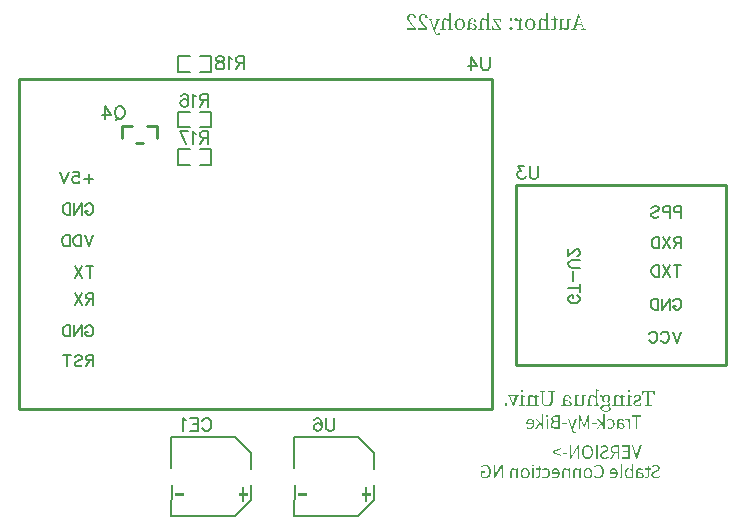
<source format=gbo>
G04 Layer: BottomSilkscreenLayer*
G04 EasyEDA v6.5.28, 2023-05-12 23:13:51*
G04 2c4de912aade46c3ae8d467baab15760,9779bb66b829476cac46641fb3e7303a,10*
G04 Gerber Generator version 0.2*
G04 Scale: 100 percent, Rotated: No, Reflected: No *
G04 Dimensions in inches *
G04 leading zeros omitted , absolute positions ,3 integer and 6 decimal *
%FSLAX36Y36*%
%MOIN*%

%ADD10C,0.0060*%
%ADD11C,0.0080*%
%ADD12C,0.0100*%

%LPD*%
G36*
X2202000Y1431699D02*
G01*
X2201100Y1431100D01*
X2201300Y1420200D01*
X2201300Y1405200D01*
X2199780Y1406740D01*
X2198160Y1408140D01*
X2196440Y1409360D01*
X2194680Y1410420D01*
X2192860Y1411260D01*
X2191000Y1411879D01*
X2189140Y1412260D01*
X2187300Y1412400D01*
X2185000Y1412200D01*
X2183020Y1411620D01*
X2181320Y1410600D01*
X2179920Y1409139D01*
X2178820Y1407220D01*
X2178040Y1404800D01*
X2177560Y1401879D01*
X2177400Y1398400D01*
X2177300Y1378200D01*
X2171900Y1377400D01*
X2171900Y1375000D01*
X2189600Y1375000D01*
X2189600Y1377400D01*
X2183800Y1378200D01*
X2183700Y1398200D01*
X2184100Y1402660D01*
X2185280Y1405560D01*
X2187280Y1407120D01*
X2190100Y1407600D01*
X2192700Y1407340D01*
X2195340Y1406459D01*
X2198100Y1404860D01*
X2201100Y1402400D01*
X2201080Y1384760D01*
X2201000Y1378200D01*
X2195700Y1377400D01*
X2195700Y1375000D01*
X2213300Y1375000D01*
X2213300Y1377400D01*
X2207600Y1378200D01*
X2207400Y1391100D01*
X2207400Y1425600D01*
X2213700Y1426200D01*
X2213700Y1428500D01*
G37*
G36*
X2312500Y1430600D02*
G01*
X2310600Y1430260D01*
X2309040Y1429300D01*
X2307980Y1427820D01*
X2307600Y1425900D01*
X2307980Y1424019D01*
X2309040Y1422480D01*
X2310600Y1421480D01*
X2312500Y1421100D01*
X2314460Y1421480D01*
X2316040Y1422480D01*
X2317120Y1424019D01*
X2317500Y1425900D01*
X2317120Y1427820D01*
X2316040Y1429300D01*
X2314460Y1430260D01*
G37*
G36*
X1955800Y1430600D02*
G01*
X1953940Y1430260D01*
X1952380Y1429300D01*
X1951300Y1427820D01*
X1950900Y1425900D01*
X1951300Y1424019D01*
X1952380Y1422480D01*
X1953940Y1421480D01*
X1955800Y1421100D01*
X1957760Y1421480D01*
X1959340Y1422480D01*
X1960420Y1424019D01*
X1960800Y1425900D01*
X1960420Y1427820D01*
X1959340Y1429300D01*
X1957760Y1430260D01*
G37*
G36*
X2355800Y1426300D02*
G01*
X2355300Y1412700D01*
X2359000Y1412700D01*
X2361100Y1423000D01*
X2373200Y1423000D01*
X2373280Y1412780D01*
X2373280Y1386060D01*
X2373200Y1378500D01*
X2365300Y1377700D01*
X2365300Y1375000D01*
X2388400Y1375000D01*
X2388400Y1377700D01*
X2380500Y1378500D01*
X2380320Y1388520D01*
X2380320Y1410220D01*
X2380500Y1423000D01*
X2392500Y1423000D01*
X2394600Y1412700D01*
X2398500Y1412700D01*
X2397800Y1426300D01*
G37*
G36*
X2014600Y1426300D02*
G01*
X2014600Y1423600D01*
X2021500Y1422700D01*
X2021600Y1395800D01*
X2021680Y1392960D01*
X2021940Y1390320D01*
X2022360Y1387920D01*
X2022920Y1385720D01*
X2023640Y1383720D01*
X2024500Y1381920D01*
X2025500Y1380340D01*
X2026620Y1378920D01*
X2027880Y1377700D01*
X2029240Y1376660D01*
X2030720Y1375800D01*
X2032320Y1375100D01*
X2034000Y1374560D01*
X2035780Y1374199D01*
X2037660Y1373980D01*
X2039600Y1373899D01*
X2041639Y1373980D01*
X2043600Y1374180D01*
X2045440Y1374540D01*
X2047200Y1375060D01*
X2048860Y1375740D01*
X2050400Y1376560D01*
X2051819Y1377560D01*
X2053120Y1378720D01*
X2054280Y1380060D01*
X2055300Y1381560D01*
X2056200Y1383260D01*
X2056940Y1385120D01*
X2057520Y1387180D01*
X2057960Y1389420D01*
X2058220Y1391860D01*
X2058300Y1394500D01*
X2058300Y1423000D01*
X2064800Y1423600D01*
X2064800Y1426300D01*
X2043300Y1426300D01*
X2043300Y1423600D01*
X2051100Y1422800D01*
X2051279Y1412780D01*
X2051300Y1396300D01*
X2051200Y1393180D01*
X2050880Y1390420D01*
X2050380Y1388020D01*
X2049680Y1385920D01*
X2048820Y1384139D01*
X2047760Y1382640D01*
X2046560Y1381440D01*
X2045180Y1380480D01*
X2043660Y1379760D01*
X2042000Y1379280D01*
X2040220Y1379000D01*
X2038300Y1378899D01*
X2036140Y1379000D01*
X2034180Y1379340D01*
X2032400Y1379900D01*
X2030820Y1380700D01*
X2029440Y1381780D01*
X2028220Y1383120D01*
X2027200Y1384740D01*
X2026380Y1386660D01*
X2025720Y1388899D01*
X2025260Y1391459D01*
X2025000Y1394360D01*
X2024900Y1397600D01*
X2024900Y1422600D01*
X2033000Y1423600D01*
X2033000Y1426300D01*
G37*
G36*
X2340000Y1412400D02*
G01*
X2337080Y1412200D01*
X2334380Y1411579D01*
X2331820Y1410580D01*
X2329300Y1409199D01*
X2329600Y1401500D01*
X2333000Y1401500D01*
X2334500Y1408000D01*
X2335860Y1408600D01*
X2337220Y1409040D01*
X2338600Y1409300D01*
X2340000Y1409400D01*
X2343240Y1408980D01*
X2345580Y1407840D01*
X2347020Y1406060D01*
X2347500Y1403800D01*
X2347100Y1401519D01*
X2345860Y1399800D01*
X2343660Y1398380D01*
X2340400Y1397000D01*
X2335060Y1394940D01*
X2332860Y1393820D01*
X2331040Y1392600D01*
X2329600Y1391279D01*
X2328520Y1389860D01*
X2327780Y1388320D01*
X2327340Y1386680D01*
X2327200Y1384900D01*
X2327440Y1382760D01*
X2328140Y1380740D01*
X2329320Y1378899D01*
X2330960Y1377280D01*
X2333060Y1375920D01*
X2335600Y1374880D01*
X2338580Y1374240D01*
X2342000Y1374000D01*
X2345140Y1374180D01*
X2348020Y1374740D01*
X2350800Y1375640D01*
X2353600Y1376900D01*
X2353700Y1385300D01*
X2350100Y1385300D01*
X2348400Y1378200D01*
X2347000Y1377680D01*
X2345520Y1377300D01*
X2343880Y1377080D01*
X2342100Y1377000D01*
X2338200Y1377440D01*
X2335460Y1378700D01*
X2333840Y1380620D01*
X2333300Y1383100D01*
X2333700Y1385360D01*
X2334980Y1387160D01*
X2337180Y1388680D01*
X2340400Y1390100D01*
X2344000Y1391300D01*
X2346040Y1392140D01*
X2347880Y1393060D01*
X2349480Y1394120D01*
X2350840Y1395300D01*
X2351920Y1396639D01*
X2352740Y1398140D01*
X2353220Y1399820D01*
X2353400Y1401699D01*
X2353180Y1403760D01*
X2352520Y1405740D01*
X2351420Y1407540D01*
X2349920Y1409139D01*
X2348020Y1410500D01*
X2345720Y1411519D01*
X2343040Y1412160D01*
G37*
G36*
X2272400Y1412400D02*
G01*
X2270120Y1412200D01*
X2268120Y1411600D01*
X2266440Y1410580D01*
X2265060Y1409120D01*
X2263980Y1407180D01*
X2263220Y1404760D01*
X2262760Y1401840D01*
X2262600Y1398400D01*
X2262580Y1388080D01*
X2262400Y1378200D01*
X2257100Y1377400D01*
X2257100Y1375000D01*
X2274700Y1375000D01*
X2274700Y1377400D01*
X2269000Y1378200D01*
X2268900Y1398200D01*
X2269260Y1402620D01*
X2270420Y1405520D01*
X2272400Y1407120D01*
X2275300Y1407600D01*
X2277840Y1407300D01*
X2280420Y1406380D01*
X2283120Y1404780D01*
X2286000Y1402400D01*
X2285980Y1388120D01*
X2285800Y1378200D01*
X2280500Y1377400D01*
X2280500Y1375000D01*
X2298100Y1375000D01*
X2298100Y1377400D01*
X2292500Y1378200D01*
X2292300Y1391100D01*
X2292320Y1398060D01*
X2292500Y1405200D01*
X2298600Y1405800D01*
X2298600Y1408100D01*
X2287900Y1412300D01*
X2286800Y1411600D01*
X2286200Y1405300D01*
X2284680Y1406860D01*
X2283060Y1408260D01*
X2281360Y1409480D01*
X2279600Y1410500D01*
X2277800Y1411320D01*
X2276000Y1411900D01*
X2274180Y1412280D01*
G37*
G36*
X2236300Y1412400D02*
G01*
X2233500Y1412220D01*
X2230940Y1411639D01*
X2228660Y1410720D01*
X2226700Y1409400D01*
X2217900Y1412300D01*
X2216800Y1411500D01*
X2216800Y1407000D01*
X2224600Y1407200D01*
X2223720Y1405620D01*
X2223060Y1403880D01*
X2222640Y1401980D01*
X2222506Y1400000D01*
X2228600Y1400000D01*
X2228720Y1402060D01*
X2229120Y1403920D01*
X2229740Y1405580D01*
X2230620Y1406980D01*
X2231720Y1408140D01*
X2233020Y1408980D01*
X2234560Y1409520D01*
X2236300Y1409700D01*
X2238040Y1409520D01*
X2239600Y1408980D01*
X2240960Y1408120D01*
X2242080Y1406960D01*
X2243000Y1405520D01*
X2243660Y1403839D01*
X2244060Y1401920D01*
X2244200Y1399800D01*
X2244060Y1397640D01*
X2243680Y1395700D01*
X2243020Y1394000D01*
X2242160Y1392540D01*
X2241040Y1391380D01*
X2239720Y1390520D01*
X2238200Y1389980D01*
X2236500Y1389800D01*
X2234760Y1390000D01*
X2233200Y1390560D01*
X2231840Y1391440D01*
X2230720Y1392640D01*
X2229800Y1394139D01*
X2229140Y1395880D01*
X2228740Y1397840D01*
X2228600Y1400000D01*
X2222506Y1400000D01*
X2222760Y1397020D01*
X2223540Y1394500D01*
X2224780Y1392320D01*
X2226440Y1390520D01*
X2228460Y1389079D01*
X2230820Y1388040D01*
X2233440Y1387420D01*
X2236300Y1387200D01*
X2237980Y1387260D01*
X2239540Y1387440D01*
X2241020Y1387740D01*
X2242400Y1388200D01*
X2243320Y1386900D01*
X2243980Y1385640D01*
X2244360Y1384400D01*
X2244500Y1383100D01*
X2244280Y1381600D01*
X2243520Y1380480D01*
X2242020Y1379760D01*
X2239600Y1379500D01*
X2229500Y1379500D01*
X2226560Y1379340D01*
X2224040Y1378839D01*
X2221920Y1378040D01*
X2220200Y1376940D01*
X2218880Y1375540D01*
X2217940Y1373880D01*
X2217380Y1371960D01*
X2217200Y1369800D01*
X2217424Y1367800D01*
X2222800Y1367800D01*
X2223200Y1370180D01*
X2224480Y1372120D01*
X2226800Y1373420D01*
X2230300Y1373899D01*
X2240220Y1373920D01*
X2242900Y1374100D01*
X2244380Y1372420D01*
X2245360Y1370760D01*
X2245920Y1369060D01*
X2246100Y1367200D01*
X2245920Y1365380D01*
X2245380Y1363839D01*
X2244520Y1362540D01*
X2243360Y1361500D01*
X2241900Y1360700D01*
X2240200Y1360140D01*
X2238260Y1359800D01*
X2236100Y1359700D01*
X2233000Y1359860D01*
X2230300Y1360320D01*
X2228020Y1361060D01*
X2226140Y1362020D01*
X2224680Y1363220D01*
X2223640Y1364600D01*
X2223020Y1366140D01*
X2222800Y1367800D01*
X2217424Y1367800D01*
X2217720Y1366540D01*
X2218380Y1364960D01*
X2219300Y1363480D01*
X2220480Y1362060D01*
X2221920Y1360780D01*
X2223640Y1359620D01*
X2225600Y1358620D01*
X2227840Y1357820D01*
X2230320Y1357220D01*
X2233080Y1356840D01*
X2236100Y1356699D01*
X2239980Y1356879D01*
X2243260Y1357400D01*
X2246000Y1358220D01*
X2248220Y1359340D01*
X2249900Y1360700D01*
X2251080Y1362320D01*
X2251780Y1364120D01*
X2252000Y1366100D01*
X2251600Y1368460D01*
X2250320Y1370620D01*
X2248040Y1372640D01*
X2244600Y1374600D01*
X2246680Y1375520D01*
X2248260Y1376800D01*
X2249260Y1378460D01*
X2249600Y1380500D01*
X2249320Y1382380D01*
X2248420Y1384340D01*
X2246780Y1386500D01*
X2244300Y1389000D01*
X2246780Y1390820D01*
X2248640Y1393240D01*
X2249800Y1396279D01*
X2250200Y1399900D01*
X2249940Y1402700D01*
X2249160Y1405180D01*
X2247940Y1407320D01*
X2246280Y1409120D01*
X2244260Y1410520D01*
X2241880Y1411560D01*
X2239220Y1412180D01*
G37*
G36*
X2105400Y1412400D02*
G01*
X2102600Y1412220D01*
X2100160Y1411680D01*
X2098120Y1410720D01*
X2096459Y1409360D01*
X2095160Y1407560D01*
X2094240Y1405280D01*
X2093680Y1402500D01*
X2093500Y1399199D01*
X2093500Y1395200D01*
X2099800Y1395200D01*
X2103760Y1393959D01*
X2106900Y1392800D01*
X2110960Y1390820D01*
X2113360Y1388720D01*
X2114500Y1386579D01*
X2114800Y1384500D01*
X2114340Y1381800D01*
X2113060Y1379920D01*
X2111080Y1378839D01*
X2108600Y1378500D01*
X2106700Y1378720D01*
X2104800Y1379480D01*
X2102600Y1380860D01*
X2099800Y1383000D01*
X2099800Y1395200D01*
X2093500Y1395200D01*
X2093500Y1382600D01*
X2093320Y1380280D01*
X2092780Y1378760D01*
X2091900Y1377940D01*
X2090700Y1377700D01*
X2089860Y1377820D01*
X2089079Y1378180D01*
X2088380Y1378760D01*
X2087700Y1379500D01*
X2086300Y1378100D01*
X2087660Y1376260D01*
X2089220Y1375060D01*
X2090920Y1374400D01*
X2092800Y1374199D01*
X2095400Y1374620D01*
X2097440Y1375820D01*
X2098900Y1377700D01*
X2099700Y1380200D01*
X2102620Y1377500D01*
X2105300Y1375560D01*
X2108060Y1374400D01*
X2111200Y1374000D01*
X2113240Y1374139D01*
X2115140Y1374600D01*
X2116860Y1375340D01*
X2118360Y1376380D01*
X2119580Y1377700D01*
X2120500Y1379319D01*
X2121100Y1381220D01*
X2121300Y1383400D01*
X2121160Y1385100D01*
X2120740Y1386680D01*
X2119940Y1388180D01*
X2118760Y1389620D01*
X2117080Y1390980D01*
X2114880Y1392320D01*
X2112120Y1393660D01*
X2108700Y1395000D01*
X2106700Y1395680D01*
X2102140Y1396940D01*
X2099800Y1397500D01*
X2099900Y1402500D01*
X2100220Y1404600D01*
X2100780Y1406240D01*
X2101540Y1407500D01*
X2102580Y1408400D01*
X2103840Y1408980D01*
X2105380Y1409300D01*
X2107200Y1409400D01*
X2109240Y1409240D01*
X2111500Y1408800D01*
X2113000Y1403600D01*
X2113580Y1402020D01*
X2114420Y1400900D01*
X2115480Y1400220D01*
X2116800Y1400000D01*
X2118200Y1400180D01*
X2119260Y1400740D01*
X2119960Y1401639D01*
X2120300Y1402900D01*
X2119580Y1405000D01*
X2118500Y1406879D01*
X2117060Y1408500D01*
X2115280Y1409860D01*
X2113220Y1410940D01*
X2110860Y1411740D01*
X2108260Y1412240D01*
G37*
G36*
X1985200Y1412400D02*
G01*
X1982920Y1412200D01*
X1980920Y1411600D01*
X1979240Y1410580D01*
X1977860Y1409120D01*
X1976780Y1407180D01*
X1976020Y1404760D01*
X1975560Y1401840D01*
X1975400Y1398400D01*
X1975300Y1378200D01*
X1969900Y1377400D01*
X1969900Y1375000D01*
X1987600Y1375000D01*
X1987600Y1377400D01*
X1981900Y1378200D01*
X1981699Y1391100D01*
X1981699Y1398200D01*
X1982060Y1402620D01*
X1983220Y1405520D01*
X1985200Y1407120D01*
X1988100Y1407600D01*
X1990640Y1407300D01*
X1993220Y1406380D01*
X1995920Y1404780D01*
X1998800Y1402400D01*
X1998779Y1384760D01*
X1998700Y1378200D01*
X1993400Y1377400D01*
X1993400Y1375000D01*
X2011000Y1375000D01*
X2011000Y1377400D01*
X2005300Y1378200D01*
X2005220Y1398060D01*
X2005400Y1405200D01*
X2011500Y1405800D01*
X2011500Y1408100D01*
X2000700Y1412300D01*
X1999700Y1411600D01*
X1999000Y1405300D01*
X1997480Y1406860D01*
X1995880Y1408260D01*
X1994180Y1409480D01*
X1992440Y1410500D01*
X1990640Y1411320D01*
X1988839Y1411900D01*
X1987020Y1412280D01*
G37*
G36*
X2310200Y1412300D02*
G01*
X2309100Y1411600D01*
X2309300Y1401399D01*
X2309280Y1388120D01*
X2309100Y1378200D01*
X2303900Y1377400D01*
X2303900Y1375000D01*
X2321500Y1375000D01*
X2321500Y1377400D01*
X2315600Y1378200D01*
X2315520Y1398080D01*
X2315700Y1405300D01*
X2321900Y1405900D01*
X2321900Y1408200D01*
G37*
G36*
X1953500Y1412300D02*
G01*
X1952500Y1411600D01*
X1952600Y1401399D01*
X1952580Y1384760D01*
X1952500Y1378200D01*
X1947200Y1377400D01*
X1947200Y1375000D01*
X1964900Y1375000D01*
X1964900Y1377400D01*
X1959000Y1378200D01*
X1958899Y1398080D01*
X1958980Y1402920D01*
X1959100Y1405300D01*
X1965300Y1405900D01*
X1965300Y1408200D01*
G37*
G36*
X2133300Y1411900D02*
G01*
X2132600Y1411100D01*
X2132800Y1400300D01*
X2132800Y1378200D01*
X2127600Y1377300D01*
X2127600Y1375000D01*
X2138200Y1374400D01*
X2138900Y1381300D01*
X2140400Y1379600D01*
X2142000Y1378140D01*
X2143660Y1376879D01*
X2145360Y1375860D01*
X2147120Y1375040D01*
X2148900Y1374460D01*
X2150700Y1374120D01*
X2152500Y1374000D01*
X2154740Y1374180D01*
X2156740Y1374740D01*
X2158460Y1375700D01*
X2159920Y1377120D01*
X2161060Y1379019D01*
X2161900Y1381420D01*
X2162420Y1384379D01*
X2162600Y1387900D01*
X2162300Y1407400D01*
X2167900Y1408500D01*
X2167900Y1410800D01*
X2156600Y1411900D01*
X2155800Y1411100D01*
X2156200Y1400300D01*
X2156200Y1388200D01*
X2155800Y1383899D01*
X2154580Y1381060D01*
X2152580Y1379480D01*
X2149800Y1379000D01*
X2147040Y1379319D01*
X2144340Y1380260D01*
X2141680Y1381819D01*
X2139100Y1384000D01*
X2138900Y1407300D01*
X2144400Y1408400D01*
X2144400Y1410700D01*
G37*
G36*
X1907600Y1411300D02*
G01*
X1907600Y1408800D01*
X1912000Y1407800D01*
X1924500Y1374500D01*
X1927600Y1374500D01*
X1941399Y1408200D01*
X1945800Y1408800D01*
X1945800Y1411300D01*
X1927400Y1411300D01*
X1927400Y1408800D01*
X1934100Y1408000D01*
X1924300Y1382200D01*
X1915500Y1407800D01*
X1921800Y1408800D01*
X1921800Y1411300D01*
G37*
G36*
X1902500Y1384500D02*
G01*
X1900460Y1384079D01*
X1898820Y1382920D01*
X1897700Y1381200D01*
X1897300Y1379100D01*
X1897700Y1377160D01*
X1898820Y1375540D01*
X1900460Y1374420D01*
X1902500Y1374000D01*
X1904540Y1374420D01*
X1906180Y1375540D01*
X1907300Y1377160D01*
X1907700Y1379100D01*
X1907300Y1381200D01*
X1906180Y1382920D01*
X1904540Y1384079D01*
G37*
G36*
X2226900Y1347800D02*
G01*
X2226900Y1314700D01*
X2226700Y1314700D01*
X2212400Y1332400D01*
X2207000Y1332400D01*
X2217700Y1319400D01*
X2205500Y1300000D01*
X2210800Y1300000D01*
X2220600Y1316000D01*
X2226900Y1308600D01*
X2226900Y1300000D01*
X2231700Y1300000D01*
X2231700Y1347800D01*
G37*
G36*
X2021500Y1347800D02*
G01*
X2021500Y1314700D01*
X2021300Y1314700D01*
X2007100Y1332400D01*
X2001600Y1332400D01*
X2012300Y1319400D01*
X2000100Y1300000D01*
X2005400Y1300000D01*
X2015200Y1316000D01*
X2021500Y1308600D01*
X2021500Y1300000D01*
X2026300Y1300000D01*
X2026300Y1347800D01*
G37*
G36*
X2040000Y1346100D02*
G01*
X2038660Y1345860D01*
X2037580Y1345200D01*
X2036860Y1344160D01*
X2036600Y1342800D01*
X2036860Y1341380D01*
X2037580Y1340320D01*
X2038660Y1339640D01*
X2040000Y1339400D01*
X2041380Y1339640D01*
X2042440Y1340320D01*
X2043160Y1341380D01*
X2043400Y1342800D01*
X2043160Y1344160D01*
X2042440Y1345200D01*
X2041380Y1345860D01*
G37*
G36*
X2321200Y1343899D02*
G01*
X2321200Y1339700D01*
X2334700Y1339700D01*
X2334700Y1300000D01*
X2339700Y1300000D01*
X2339700Y1339700D01*
X2353100Y1339700D01*
X2353100Y1343899D01*
G37*
G36*
X2144700Y1343899D02*
G01*
X2144700Y1300000D01*
X2149300Y1300000D01*
X2149300Y1325400D01*
X2149120Y1331720D01*
X2148700Y1338100D01*
X2149000Y1338100D01*
X2152400Y1328100D01*
X2161000Y1304500D01*
X2164400Y1304500D01*
X2173100Y1328100D01*
X2176600Y1338100D01*
X2176800Y1338100D01*
X2176420Y1331720D01*
X2176200Y1325400D01*
X2176200Y1300000D01*
X2180700Y1300000D01*
X2180700Y1343899D01*
X2174600Y1343899D01*
X2165900Y1319900D01*
X2162800Y1310600D01*
X2162500Y1310600D01*
X2159400Y1319900D01*
X2150800Y1343899D01*
G37*
G36*
X2068400Y1343899D02*
G01*
X2065200Y1343760D01*
X2062300Y1343300D01*
X2059740Y1342520D01*
X2057560Y1341399D01*
X2055800Y1339920D01*
X2054500Y1338080D01*
X2053680Y1335840D01*
X2053400Y1333200D01*
X2053483Y1332600D01*
X2058400Y1332600D01*
X2058560Y1334460D01*
X2059079Y1336040D01*
X2059920Y1337320D01*
X2061100Y1338320D01*
X2062620Y1339079D01*
X2064480Y1339600D01*
X2066660Y1339900D01*
X2069199Y1340000D01*
X2076200Y1340000D01*
X2076200Y1325100D01*
X2069500Y1325100D01*
X2066720Y1325240D01*
X2064400Y1325620D01*
X2062480Y1326260D01*
X2060940Y1327120D01*
X2059800Y1328200D01*
X2059000Y1329480D01*
X2058540Y1330960D01*
X2058400Y1332600D01*
X2053483Y1332600D01*
X2053839Y1330040D01*
X2055120Y1327280D01*
X2057200Y1325080D01*
X2060000Y1323600D01*
X2060000Y1323400D01*
X2058060Y1322900D01*
X2056300Y1322160D01*
X2054740Y1321180D01*
X2053420Y1319980D01*
X2052360Y1318520D01*
X2051560Y1316840D01*
X2051060Y1314940D01*
X2050914Y1313000D01*
X2055700Y1313000D01*
X2055920Y1314980D01*
X2056540Y1316680D01*
X2057580Y1318100D01*
X2059000Y1319240D01*
X2060800Y1320100D01*
X2062960Y1320720D01*
X2065460Y1321080D01*
X2068300Y1321200D01*
X2076200Y1321200D01*
X2076200Y1304000D01*
X2068300Y1304000D01*
X2065520Y1304139D01*
X2063040Y1304540D01*
X2060880Y1305220D01*
X2059079Y1306180D01*
X2057640Y1307420D01*
X2056579Y1308980D01*
X2055920Y1310840D01*
X2055700Y1313000D01*
X2050914Y1313000D01*
X2051040Y1310760D01*
X2051440Y1308899D01*
X2052100Y1307220D01*
X2053000Y1305700D01*
X2054139Y1304360D01*
X2055480Y1303220D01*
X2057040Y1302240D01*
X2058800Y1301420D01*
X2060720Y1300800D01*
X2062840Y1300360D01*
X2065100Y1300080D01*
X2067500Y1300000D01*
X2081200Y1300000D01*
X2081200Y1343899D01*
G37*
G36*
X2303000Y1333200D02*
G01*
X2301140Y1333080D01*
X2300360Y1332860D01*
X2299600Y1332500D01*
X2300500Y1328300D01*
X2301980Y1328660D01*
X2303600Y1328800D01*
X2305720Y1328400D01*
X2307940Y1327080D01*
X2310060Y1324700D01*
X2311900Y1321100D01*
X2311900Y1300000D01*
X2316800Y1300000D01*
X2316800Y1332400D01*
X2312800Y1332400D01*
X2312300Y1326500D01*
X2312200Y1326500D01*
X2310300Y1329240D01*
X2308080Y1331360D01*
X2305640Y1332720D01*
G37*
G36*
X2283700Y1333200D02*
G01*
X2280980Y1332960D01*
X2278700Y1332260D01*
X2276800Y1331120D01*
X2275280Y1329580D01*
X2274120Y1327680D01*
X2273320Y1325440D01*
X2272860Y1322900D01*
X2272700Y1320100D01*
X2272700Y1317200D01*
X2277600Y1317200D01*
X2281560Y1316620D01*
X2284860Y1315900D01*
X2287520Y1315060D01*
X2289620Y1314060D01*
X2291160Y1312920D01*
X2292220Y1311639D01*
X2292800Y1310200D01*
X2293000Y1308600D01*
X2292520Y1306120D01*
X2291240Y1304440D01*
X2289320Y1303500D01*
X2287000Y1303200D01*
X2284600Y1303480D01*
X2282300Y1304319D01*
X2280000Y1305740D01*
X2277600Y1307700D01*
X2277600Y1317200D01*
X2272700Y1317200D01*
X2272700Y1300000D01*
X2276800Y1300000D01*
X2277200Y1304000D01*
X2277400Y1304000D01*
X2279840Y1302120D01*
X2282480Y1300580D01*
X2285300Y1299580D01*
X2288300Y1299199D01*
X2290220Y1299360D01*
X2292000Y1299800D01*
X2293600Y1300560D01*
X2294980Y1301579D01*
X2296120Y1302880D01*
X2296980Y1304440D01*
X2297520Y1306240D01*
X2297700Y1308300D01*
X2297560Y1310000D01*
X2297180Y1311560D01*
X2296520Y1312980D01*
X2295580Y1314259D01*
X2294360Y1315420D01*
X2292860Y1316459D01*
X2291080Y1317380D01*
X2288980Y1318200D01*
X2286600Y1318920D01*
X2283920Y1319540D01*
X2280920Y1320060D01*
X2277600Y1320500D01*
X2277840Y1323680D01*
X2278920Y1326459D01*
X2281040Y1328440D01*
X2284500Y1329199D01*
X2287340Y1328880D01*
X2289960Y1328040D01*
X2292300Y1326879D01*
X2294300Y1325600D01*
X2296300Y1329000D01*
X2293880Y1330420D01*
X2290900Y1331780D01*
X2287460Y1332800D01*
G37*
G36*
X2249200Y1333200D02*
G01*
X2246220Y1332880D01*
X2243700Y1332040D01*
X2241540Y1330800D01*
X2239700Y1329300D01*
X2242300Y1326200D01*
X2243760Y1327380D01*
X2245340Y1328280D01*
X2247080Y1328880D01*
X2249000Y1329100D01*
X2251180Y1328860D01*
X2253180Y1328160D01*
X2254960Y1327040D01*
X2256500Y1325540D01*
X2257760Y1323660D01*
X2258700Y1321459D01*
X2259300Y1318959D01*
X2259500Y1316200D01*
X2259300Y1313440D01*
X2258740Y1310940D01*
X2257840Y1308740D01*
X2256620Y1306860D01*
X2255120Y1305360D01*
X2253340Y1304240D01*
X2251320Y1303540D01*
X2249100Y1303300D01*
X2246860Y1303560D01*
X2244780Y1304280D01*
X2242880Y1305320D01*
X2241200Y1306600D01*
X2239100Y1303400D01*
X2241400Y1301639D01*
X2243920Y1300320D01*
X2246640Y1299500D01*
X2249500Y1299199D01*
X2251580Y1299340D01*
X2253560Y1299720D01*
X2255440Y1300360D01*
X2257200Y1301220D01*
X2258800Y1302340D01*
X2260240Y1303680D01*
X2261500Y1305260D01*
X2262580Y1307040D01*
X2263440Y1309019D01*
X2264080Y1311220D01*
X2264460Y1313620D01*
X2264600Y1316200D01*
X2264460Y1318800D01*
X2264020Y1321200D01*
X2263340Y1323420D01*
X2262420Y1325400D01*
X2261300Y1327180D01*
X2259980Y1328740D01*
X2258480Y1330080D01*
X2256840Y1331200D01*
X2255060Y1332060D01*
X2253180Y1332700D01*
X2251220Y1333080D01*
G37*
G36*
X1982900Y1333200D02*
G01*
X1980020Y1332940D01*
X1977500Y1332140D01*
X1975320Y1330880D01*
X1973520Y1329139D01*
X1972080Y1326960D01*
X1971040Y1324379D01*
X1970420Y1321420D01*
X1970239Y1318700D01*
X1974500Y1318700D01*
X1974640Y1321140D01*
X1975060Y1323260D01*
X1975760Y1325080D01*
X1976720Y1326579D01*
X1977920Y1327760D01*
X1979360Y1328620D01*
X1981020Y1329120D01*
X1982900Y1329300D01*
X1984660Y1329120D01*
X1986339Y1328580D01*
X1987900Y1327720D01*
X1989280Y1326519D01*
X1990480Y1325000D01*
X1991459Y1323180D01*
X1992180Y1321080D01*
X1992600Y1318700D01*
X1970239Y1318700D01*
X1970200Y1317280D01*
X1970280Y1315760D01*
X1970400Y1315100D01*
X1992500Y1315100D01*
X1992200Y1312520D01*
X1991560Y1310180D01*
X1990560Y1308140D01*
X1989280Y1306399D01*
X1987680Y1305000D01*
X1985840Y1303959D01*
X1983740Y1303320D01*
X1981399Y1303100D01*
X1979139Y1303280D01*
X1977040Y1303820D01*
X1975060Y1304660D01*
X1973200Y1305800D01*
X1971399Y1302500D01*
X1973600Y1301220D01*
X1976060Y1300180D01*
X1978839Y1299460D01*
X1982000Y1299199D01*
X1984100Y1299340D01*
X1986120Y1299720D01*
X1988040Y1300360D01*
X1989820Y1301220D01*
X1991459Y1302340D01*
X1992920Y1303680D01*
X1994220Y1305260D01*
X1995320Y1307040D01*
X1996200Y1309019D01*
X1996860Y1311220D01*
X1997260Y1313620D01*
X1997400Y1316200D01*
X1997260Y1318740D01*
X1996840Y1321100D01*
X1996180Y1323280D01*
X1995300Y1325280D01*
X1994220Y1327060D01*
X1992960Y1328640D01*
X1991540Y1330000D01*
X1990000Y1331120D01*
X1988320Y1332020D01*
X1986579Y1332660D01*
X1984760Y1333060D01*
G37*
G36*
X2108600Y1332400D02*
G01*
X2121000Y1297000D01*
X2121880Y1294740D01*
X2122880Y1292640D01*
X2124040Y1290740D01*
X2125360Y1289079D01*
X2126880Y1287700D01*
X2128600Y1286680D01*
X2130580Y1286020D01*
X2132800Y1285800D01*
X2134840Y1286000D01*
X2136500Y1286500D01*
X2135500Y1290500D01*
X2134360Y1290140D01*
X2133000Y1290000D01*
X2130460Y1290560D01*
X2128380Y1292080D01*
X2126700Y1294379D01*
X2125400Y1297300D01*
X2124700Y1299800D01*
X2137800Y1332400D01*
X2132700Y1332400D01*
X2125020Y1311660D01*
X2122600Y1304700D01*
X2122300Y1304700D01*
X2119500Y1313899D01*
X2113400Y1332400D01*
G37*
G36*
X2037600Y1332400D02*
G01*
X2037600Y1300000D01*
X2042500Y1300000D01*
X2042500Y1332400D01*
G37*
G36*
X2189500Y1318700D02*
G01*
X2189500Y1314800D01*
X2204600Y1314800D01*
X2204600Y1318700D01*
G37*
G36*
X2089900Y1318700D02*
G01*
X2089900Y1314800D01*
X2105100Y1314800D01*
X2105100Y1318700D01*
G37*
G36*
X2230600Y1244700D02*
G01*
X2226780Y1244300D01*
X2223340Y1243200D01*
X2220320Y1241500D01*
X2217800Y1239300D01*
X2220500Y1236100D01*
X2222620Y1237860D01*
X2224980Y1239180D01*
X2227620Y1240000D01*
X2230600Y1240300D01*
X2234080Y1239820D01*
X2236760Y1238480D01*
X2238480Y1236380D01*
X2239100Y1233600D01*
X2238440Y1230720D01*
X2236720Y1228640D01*
X2234380Y1227140D01*
X2223640Y1222440D01*
X2221920Y1221460D01*
X2220340Y1220340D01*
X2218980Y1219040D01*
X2217860Y1217560D01*
X2217020Y1215820D01*
X2216480Y1213820D01*
X2216300Y1211500D01*
X2216560Y1209000D01*
X2217340Y1206660D01*
X2218580Y1204580D01*
X2220280Y1202760D01*
X2222420Y1201280D01*
X2224940Y1200160D01*
X2227860Y1199440D01*
X2231100Y1199200D01*
X2233380Y1199320D01*
X2235580Y1199660D01*
X2237660Y1200200D01*
X2239640Y1200960D01*
X2241500Y1201900D01*
X2243240Y1203040D01*
X2244840Y1204340D01*
X2246300Y1205800D01*
X2243300Y1209200D01*
X2240740Y1206900D01*
X2237740Y1205120D01*
X2234460Y1204000D01*
X2231000Y1203600D01*
X2228860Y1203740D01*
X2226960Y1204160D01*
X2225320Y1204820D01*
X2223960Y1205720D01*
X2222860Y1206820D01*
X2222060Y1208120D01*
X2221560Y1209580D01*
X2221400Y1211200D01*
X2221980Y1214180D01*
X2223580Y1216300D01*
X2225960Y1217900D01*
X2228900Y1219300D01*
X2236760Y1222800D01*
X2238340Y1223660D01*
X2239840Y1224680D01*
X2241240Y1225880D01*
X2242440Y1227320D01*
X2243380Y1229000D01*
X2243980Y1230960D01*
X2244200Y1233200D01*
X2243940Y1235620D01*
X2243180Y1237820D01*
X2241960Y1239780D01*
X2240320Y1241460D01*
X2238340Y1242820D01*
X2236020Y1243840D01*
X2233420Y1244480D01*
G37*
G36*
X2174400Y1244700D02*
G01*
X2172400Y1244600D01*
X2170480Y1244300D01*
X2168640Y1243820D01*
X2166900Y1243140D01*
X2165260Y1242280D01*
X2163720Y1241240D01*
X2162300Y1240020D01*
X2161020Y1238660D01*
X2159840Y1237100D01*
X2158820Y1235400D01*
X2157920Y1233540D01*
X2157180Y1231540D01*
X2156580Y1229380D01*
X2156160Y1227100D01*
X2155880Y1224660D01*
X2155800Y1222100D01*
X2160900Y1222100D01*
X2161000Y1224840D01*
X2161340Y1227380D01*
X2161860Y1229720D01*
X2162580Y1231840D01*
X2163480Y1233760D01*
X2164580Y1235440D01*
X2165840Y1236880D01*
X2167260Y1238100D01*
X2168840Y1239040D01*
X2170560Y1239740D01*
X2172420Y1240160D01*
X2174400Y1240300D01*
X2176360Y1240160D01*
X2178200Y1239740D01*
X2179920Y1239040D01*
X2181480Y1238100D01*
X2182880Y1236880D01*
X2184140Y1235440D01*
X2185220Y1233760D01*
X2186120Y1231840D01*
X2186840Y1229720D01*
X2187360Y1227380D01*
X2187700Y1224840D01*
X2187800Y1222100D01*
X2187700Y1219380D01*
X2187360Y1216840D01*
X2186840Y1214480D01*
X2186120Y1212320D01*
X2185220Y1210380D01*
X2184140Y1208640D01*
X2182880Y1207160D01*
X2181480Y1205900D01*
X2179920Y1204920D01*
X2178200Y1204200D01*
X2176360Y1203760D01*
X2174400Y1203600D01*
X2172420Y1203760D01*
X2170560Y1204200D01*
X2168840Y1204920D01*
X2167260Y1205900D01*
X2165840Y1207160D01*
X2164580Y1208640D01*
X2163480Y1210380D01*
X2162580Y1212320D01*
X2161860Y1214480D01*
X2161340Y1216840D01*
X2161000Y1219380D01*
X2160900Y1222100D01*
X2155800Y1222100D01*
X2155880Y1219540D01*
X2156160Y1217100D01*
X2156580Y1214780D01*
X2157180Y1212620D01*
X2157920Y1210580D01*
X2158820Y1208700D01*
X2159840Y1206980D01*
X2161020Y1205400D01*
X2162300Y1204000D01*
X2163720Y1202760D01*
X2165260Y1201700D01*
X2166900Y1200800D01*
X2168640Y1200120D01*
X2170480Y1199600D01*
X2172400Y1199300D01*
X2174400Y1199200D01*
X2176400Y1199300D01*
X2178320Y1199600D01*
X2180160Y1200120D01*
X2181880Y1200800D01*
X2183520Y1201700D01*
X2185040Y1202760D01*
X2186460Y1204000D01*
X2187740Y1205400D01*
X2188900Y1206980D01*
X2189920Y1208700D01*
X2190800Y1210580D01*
X2191540Y1212620D01*
X2192120Y1214780D01*
X2192560Y1217100D01*
X2192820Y1219540D01*
X2192900Y1222100D01*
X2192820Y1224660D01*
X2192560Y1227100D01*
X2192120Y1229380D01*
X2191540Y1231540D01*
X2190800Y1233540D01*
X2189920Y1235400D01*
X2188900Y1237100D01*
X2187740Y1238640D01*
X2186460Y1240020D01*
X2185040Y1241240D01*
X2183520Y1242280D01*
X2181880Y1243140D01*
X2180160Y1243820D01*
X2178320Y1244300D01*
X2176400Y1244600D01*
G37*
G36*
X2321000Y1243900D02*
G01*
X2335100Y1200000D01*
X2340800Y1200000D01*
X2354900Y1243900D01*
X2349700Y1243900D01*
X2340660Y1214180D01*
X2338000Y1205200D01*
X2337700Y1205200D01*
X2326100Y1243900D01*
G37*
G36*
X2289800Y1243900D02*
G01*
X2289800Y1239700D01*
X2309900Y1239700D01*
X2309900Y1225300D01*
X2293000Y1225300D01*
X2293000Y1221100D01*
X2309900Y1221100D01*
X2309900Y1204200D01*
X2289200Y1204200D01*
X2289200Y1200000D01*
X2314900Y1200000D01*
X2314900Y1243900D01*
G37*
G36*
X2266400Y1243900D02*
G01*
X2263160Y1243740D01*
X2260220Y1243260D01*
X2257640Y1242420D01*
X2255420Y1241180D01*
X2253640Y1239520D01*
X2252300Y1237400D01*
X2251480Y1234800D01*
X2251200Y1231700D01*
X2256200Y1231700D01*
X2256380Y1233780D01*
X2256920Y1235520D01*
X2257800Y1236940D01*
X2259040Y1238040D01*
X2260600Y1238880D01*
X2262480Y1239460D01*
X2264680Y1239800D01*
X2267200Y1239900D01*
X2274800Y1239900D01*
X2274800Y1223000D01*
X2267200Y1223000D01*
X2264680Y1223140D01*
X2262480Y1223540D01*
X2260600Y1224220D01*
X2259040Y1225180D01*
X2257800Y1226400D01*
X2256920Y1227900D01*
X2256380Y1229660D01*
X2256200Y1231700D01*
X2251200Y1231700D01*
X2251380Y1229240D01*
X2251920Y1227060D01*
X2252800Y1225140D01*
X2253980Y1223480D01*
X2255440Y1222080D01*
X2257200Y1220940D01*
X2259180Y1220040D01*
X2261400Y1219400D01*
X2250100Y1200000D01*
X2255600Y1200000D01*
X2266600Y1219000D01*
X2274800Y1219000D01*
X2274800Y1200000D01*
X2279800Y1200000D01*
X2279800Y1243900D01*
G37*
G36*
X2202600Y1243900D02*
G01*
X2202600Y1200000D01*
X2207600Y1200000D01*
X2207600Y1243900D01*
G37*
G36*
X2115300Y1243900D02*
G01*
X2115300Y1200000D01*
X2120500Y1200000D01*
X2137000Y1228400D01*
X2141800Y1237400D01*
X2142100Y1237400D01*
X2141680Y1230820D01*
X2141500Y1224100D01*
X2141500Y1200000D01*
X2146100Y1200000D01*
X2146100Y1243900D01*
X2141000Y1243900D01*
X2124400Y1215500D01*
X2119700Y1206500D01*
X2119400Y1206500D01*
X2119820Y1213320D01*
X2120000Y1220200D01*
X2120000Y1243900D01*
G37*
G36*
X2086300Y1235400D02*
G01*
X2057900Y1224200D01*
X2057900Y1220200D01*
X2086300Y1209000D01*
X2086300Y1213300D01*
X2062900Y1222100D01*
X2062900Y1222300D01*
X2086300Y1231100D01*
G37*
G36*
X2091200Y1218700D02*
G01*
X2091200Y1214800D01*
X2106400Y1214800D01*
X2106400Y1218700D01*
G37*
G36*
X2321200Y1182800D02*
G01*
X2321200Y1169500D01*
X2321500Y1163600D01*
X2319080Y1165380D01*
X2316520Y1166840D01*
X2313800Y1167840D01*
X2311000Y1168200D01*
X2308980Y1168060D01*
X2307120Y1167680D01*
X2305440Y1167020D01*
X2303920Y1166140D01*
X2302580Y1165040D01*
X2301400Y1163700D01*
X2300400Y1162160D01*
X2299580Y1160420D01*
X2298940Y1158500D01*
X2298480Y1156400D01*
X2298200Y1154120D01*
X2298100Y1151700D01*
X2303200Y1151700D01*
X2303320Y1154320D01*
X2303700Y1156720D01*
X2304340Y1158840D01*
X2305260Y1160640D01*
X2306500Y1162100D01*
X2308060Y1163180D01*
X2309940Y1163860D01*
X2312200Y1164100D01*
X2314340Y1163800D01*
X2316540Y1162920D01*
X2318840Y1161440D01*
X2321200Y1159400D01*
X2321200Y1141900D01*
X2318960Y1140260D01*
X2316800Y1139180D01*
X2314780Y1138580D01*
X2313000Y1138400D01*
X2310940Y1138640D01*
X2309060Y1139320D01*
X2307400Y1140440D01*
X2305960Y1141980D01*
X2304800Y1143880D01*
X2303920Y1146160D01*
X2303380Y1148780D01*
X2303200Y1151700D01*
X2298100Y1151700D01*
X2298240Y1149020D01*
X2298620Y1146540D01*
X2299240Y1144280D01*
X2300080Y1142220D01*
X2301120Y1140400D01*
X2302340Y1138780D01*
X2303700Y1137420D01*
X2305220Y1136280D01*
X2306840Y1135380D01*
X2308560Y1134720D01*
X2310340Y1134340D01*
X2312200Y1134200D01*
X2314520Y1134500D01*
X2316940Y1135320D01*
X2319320Y1136640D01*
X2321600Y1138400D01*
X2321700Y1138400D01*
X2322300Y1135000D01*
X2326100Y1135000D01*
X2326100Y1182800D01*
G37*
G36*
X2284400Y1182800D02*
G01*
X2284400Y1140600D01*
X2284280Y1139560D01*
X2283960Y1138860D01*
X2283480Y1138440D01*
X2282680Y1138300D01*
X2281800Y1138400D01*
X2281000Y1134600D01*
X2282280Y1134320D01*
X2284000Y1134200D01*
X2286380Y1134640D01*
X2288040Y1135940D01*
X2289000Y1138040D01*
X2289300Y1140900D01*
X2289300Y1182800D01*
G37*
G36*
X1992200Y1181100D02*
G01*
X1990860Y1180860D01*
X1989780Y1180200D01*
X1989060Y1179160D01*
X1988800Y1177800D01*
X1989060Y1176380D01*
X1989780Y1175320D01*
X1990860Y1174640D01*
X1992200Y1174400D01*
X1993580Y1174640D01*
X1994660Y1175320D01*
X1995340Y1176380D01*
X1995600Y1177800D01*
X1995340Y1179160D01*
X1994660Y1180200D01*
X1993580Y1180860D01*
G37*
G36*
X2401400Y1179700D02*
G01*
X2397580Y1179300D01*
X2394140Y1178200D01*
X2391120Y1176500D01*
X2388600Y1174300D01*
X2391300Y1171100D01*
X2393420Y1172860D01*
X2395780Y1174180D01*
X2398420Y1175000D01*
X2401400Y1175300D01*
X2404880Y1174820D01*
X2407560Y1173480D01*
X2409280Y1171380D01*
X2409900Y1168600D01*
X2409240Y1165720D01*
X2407520Y1163640D01*
X2405180Y1162140D01*
X2396200Y1158300D01*
X2394380Y1157440D01*
X2392660Y1156460D01*
X2391120Y1155340D01*
X2389780Y1154040D01*
X2388660Y1152560D01*
X2387820Y1150820D01*
X2387280Y1148820D01*
X2387100Y1146500D01*
X2387360Y1144000D01*
X2388140Y1141660D01*
X2389380Y1139580D01*
X2391080Y1137760D01*
X2393220Y1136280D01*
X2395740Y1135160D01*
X2398660Y1134440D01*
X2401900Y1134200D01*
X2404180Y1134320D01*
X2406360Y1134660D01*
X2408440Y1135200D01*
X2410400Y1135960D01*
X2412260Y1136900D01*
X2414000Y1138040D01*
X2415620Y1139340D01*
X2417100Y1140800D01*
X2414100Y1144200D01*
X2411480Y1141900D01*
X2408520Y1140120D01*
X2405260Y1139000D01*
X2401800Y1138600D01*
X2399660Y1138740D01*
X2397760Y1139160D01*
X2396120Y1139820D01*
X2394760Y1140720D01*
X2393660Y1141820D01*
X2392860Y1143120D01*
X2392360Y1144580D01*
X2392200Y1146200D01*
X2392780Y1149180D01*
X2394380Y1151300D01*
X2396760Y1152900D01*
X2399700Y1154300D01*
X2407560Y1157800D01*
X2409140Y1158660D01*
X2410640Y1159680D01*
X2412040Y1160880D01*
X2413240Y1162320D01*
X2414180Y1164000D01*
X2414780Y1165960D01*
X2415000Y1168200D01*
X2414740Y1170620D01*
X2413980Y1172820D01*
X2412760Y1174780D01*
X2411120Y1176460D01*
X2409140Y1177820D01*
X2406820Y1178840D01*
X2404220Y1179480D01*
G37*
G36*
X2209100Y1179700D02*
G01*
X2205360Y1179260D01*
X2202100Y1178060D01*
X2199360Y1176360D01*
X2197200Y1174400D01*
X2199900Y1171100D01*
X2201760Y1172820D01*
X2203880Y1174140D01*
X2206300Y1175000D01*
X2209000Y1175300D01*
X2211080Y1175160D01*
X2213040Y1174740D01*
X2214860Y1174040D01*
X2216520Y1173100D01*
X2218040Y1171880D01*
X2219380Y1170440D01*
X2220540Y1168760D01*
X2221500Y1166840D01*
X2222280Y1164720D01*
X2222840Y1162380D01*
X2223180Y1159840D01*
X2223300Y1157100D01*
X2223180Y1154340D01*
X2222860Y1151780D01*
X2222320Y1149400D01*
X2221580Y1147240D01*
X2220640Y1145300D01*
X2219520Y1143580D01*
X2218200Y1142100D01*
X2216720Y1140860D01*
X2215080Y1139880D01*
X2213260Y1139180D01*
X2211300Y1138740D01*
X2209200Y1138600D01*
X2206220Y1138940D01*
X2203520Y1139900D01*
X2201060Y1141460D01*
X2198800Y1143600D01*
X2196100Y1140500D01*
X2197420Y1139080D01*
X2198820Y1137820D01*
X2200340Y1136740D01*
X2201940Y1135860D01*
X2203660Y1135140D01*
X2205480Y1134620D01*
X2207420Y1134300D01*
X2209500Y1134200D01*
X2211500Y1134300D01*
X2213420Y1134600D01*
X2215260Y1135080D01*
X2217000Y1135760D01*
X2218660Y1136600D01*
X2220220Y1137640D01*
X2221680Y1138860D01*
X2223000Y1140240D01*
X2224200Y1141780D01*
X2225260Y1143500D01*
X2226200Y1145380D01*
X2226960Y1147400D01*
X2227580Y1149580D01*
X2228040Y1151920D01*
X2228300Y1154380D01*
X2228400Y1157000D01*
X2228300Y1159580D01*
X2228020Y1162020D01*
X2227580Y1164340D01*
X2226940Y1166500D01*
X2226160Y1168520D01*
X2225220Y1170380D01*
X2224140Y1172080D01*
X2222920Y1173640D01*
X2221560Y1175020D01*
X2220080Y1176240D01*
X2218500Y1177280D01*
X2216800Y1178140D01*
X2215000Y1178820D01*
X2213120Y1179300D01*
X2211140Y1179600D01*
G37*
G36*
X1831900Y1179700D02*
G01*
X1827720Y1179220D01*
X1824280Y1177980D01*
X1821500Y1176280D01*
X1819300Y1174400D01*
X1822100Y1171100D01*
X1823899Y1172760D01*
X1826060Y1174100D01*
X1828660Y1174980D01*
X1831800Y1175300D01*
X1834000Y1175160D01*
X1836060Y1174740D01*
X1837960Y1174040D01*
X1839700Y1173100D01*
X1841279Y1171880D01*
X1842660Y1170440D01*
X1843860Y1168760D01*
X1844860Y1166840D01*
X1845660Y1164720D01*
X1846220Y1162380D01*
X1846579Y1159840D01*
X1846699Y1157100D01*
X1846579Y1154340D01*
X1846260Y1151780D01*
X1845700Y1149400D01*
X1844940Y1147240D01*
X1843980Y1145300D01*
X1842820Y1143580D01*
X1841440Y1142100D01*
X1839880Y1140860D01*
X1838140Y1139880D01*
X1836200Y1139180D01*
X1834079Y1138740D01*
X1831800Y1138600D01*
X1829340Y1138780D01*
X1827040Y1139320D01*
X1825000Y1140200D01*
X1823400Y1141400D01*
X1823400Y1153400D01*
X1833000Y1153400D01*
X1833000Y1157500D01*
X1818800Y1157500D01*
X1818800Y1139300D01*
X1819940Y1138220D01*
X1821260Y1137240D01*
X1822740Y1136360D01*
X1824379Y1135620D01*
X1826140Y1135020D01*
X1828060Y1134580D01*
X1830080Y1134300D01*
X1832200Y1134200D01*
X1834319Y1134300D01*
X1836339Y1134600D01*
X1838280Y1135080D01*
X1840120Y1135760D01*
X1841840Y1136600D01*
X1843460Y1137640D01*
X1844940Y1138860D01*
X1846320Y1140240D01*
X1847540Y1141780D01*
X1848640Y1143500D01*
X1849580Y1145380D01*
X1850360Y1147400D01*
X1850980Y1149580D01*
X1851420Y1151920D01*
X1851699Y1154380D01*
X1851800Y1157000D01*
X1851699Y1159580D01*
X1851420Y1162020D01*
X1850960Y1164340D01*
X1850320Y1166500D01*
X1849520Y1168520D01*
X1848560Y1170380D01*
X1847460Y1172080D01*
X1846200Y1173640D01*
X1844820Y1175020D01*
X1843300Y1176240D01*
X1841660Y1177280D01*
X1839900Y1178140D01*
X1838040Y1178820D01*
X1836080Y1179300D01*
X1834040Y1179600D01*
G37*
G36*
X1861500Y1178900D02*
G01*
X1861500Y1135000D01*
X1866600Y1135000D01*
X1883100Y1163400D01*
X1887900Y1172400D01*
X1888200Y1172400D01*
X1887660Y1162480D01*
X1887600Y1159100D01*
X1887600Y1135000D01*
X1892300Y1135000D01*
X1892300Y1178900D01*
X1887200Y1178900D01*
X1870600Y1150500D01*
X1865800Y1141500D01*
X1865500Y1141500D01*
X1866140Y1151780D01*
X1866200Y1155200D01*
X1866200Y1178900D01*
G37*
G36*
X2374600Y1176600D02*
G01*
X2374600Y1167400D01*
X2365600Y1167400D01*
X2365600Y1163400D01*
X2374600Y1163400D01*
X2374600Y1144600D01*
X2374360Y1141920D01*
X2373520Y1139900D01*
X2371940Y1138640D01*
X2369500Y1138200D01*
X2368560Y1138280D01*
X2365700Y1139100D01*
X2364700Y1135400D01*
X2367600Y1134580D01*
X2369080Y1134300D01*
X2370500Y1134200D01*
X2372840Y1134400D01*
X2374760Y1134980D01*
X2376300Y1135900D01*
X2377500Y1137140D01*
X2378380Y1138680D01*
X2378960Y1140480D01*
X2379300Y1142540D01*
X2379400Y1144800D01*
X2379400Y1163400D01*
X2384400Y1163400D01*
X2384400Y1167100D01*
X2379300Y1167400D01*
X2378700Y1176600D01*
G37*
G36*
X2011000Y1176600D02*
G01*
X2011000Y1167400D01*
X2002100Y1167400D01*
X2002100Y1163400D01*
X2011000Y1163400D01*
X2011000Y1144600D01*
X2010760Y1141920D01*
X2009920Y1139900D01*
X2008340Y1138640D01*
X2005900Y1138200D01*
X2004960Y1138280D01*
X2002200Y1139100D01*
X2001200Y1135400D01*
X2004100Y1134580D01*
X2005580Y1134300D01*
X2007000Y1134200D01*
X2009300Y1134400D01*
X2011220Y1134980D01*
X2012760Y1135900D01*
X2013959Y1137140D01*
X2014860Y1138680D01*
X2015460Y1140480D01*
X2015800Y1142540D01*
X2015900Y1144800D01*
X2015900Y1163400D01*
X2020800Y1163400D01*
X2020800Y1167100D01*
X2015700Y1167400D01*
X2015100Y1176600D01*
G37*
G36*
X2347800Y1168200D02*
G01*
X2345060Y1167960D01*
X2342740Y1167260D01*
X2340840Y1166120D01*
X2339340Y1164580D01*
X2338200Y1162680D01*
X2337400Y1160440D01*
X2336940Y1157900D01*
X2336800Y1155100D01*
X2336800Y1152200D01*
X2341600Y1152200D01*
X2345560Y1151620D01*
X2348860Y1150900D01*
X2351520Y1150060D01*
X2353620Y1149060D01*
X2355160Y1147920D01*
X2356220Y1146640D01*
X2356800Y1145200D01*
X2357000Y1143600D01*
X2356520Y1141120D01*
X2355240Y1139440D01*
X2353320Y1138500D01*
X2351000Y1138200D01*
X2348600Y1138480D01*
X2346300Y1139320D01*
X2344000Y1140740D01*
X2341600Y1142700D01*
X2341600Y1152200D01*
X2336800Y1152200D01*
X2336800Y1135000D01*
X2340800Y1135000D01*
X2341200Y1139000D01*
X2341400Y1139000D01*
X2343840Y1137120D01*
X2346480Y1135580D01*
X2349300Y1134580D01*
X2352300Y1134200D01*
X2354260Y1134360D01*
X2356040Y1134800D01*
X2357640Y1135560D01*
X2359020Y1136580D01*
X2360140Y1137880D01*
X2361000Y1139440D01*
X2361520Y1141240D01*
X2361700Y1143300D01*
X2361580Y1145000D01*
X2361180Y1146560D01*
X2360520Y1147980D01*
X2359600Y1149260D01*
X2358400Y1150420D01*
X2356900Y1151460D01*
X2355120Y1152380D01*
X2353040Y1153200D01*
X2350640Y1153920D01*
X2347960Y1154540D01*
X2344940Y1155060D01*
X2341600Y1155500D01*
X2341900Y1158680D01*
X2342980Y1161460D01*
X2345100Y1163440D01*
X2348500Y1164200D01*
X2351340Y1163880D01*
X2353980Y1163040D01*
X2356340Y1161880D01*
X2358400Y1160600D01*
X2360400Y1164000D01*
X2357940Y1165420D01*
X2354960Y1166780D01*
X2351560Y1167800D01*
G37*
G36*
X2260600Y1168200D02*
G01*
X2257720Y1167940D01*
X2255180Y1167140D01*
X2253000Y1165880D01*
X2251160Y1164140D01*
X2249720Y1161960D01*
X2248660Y1159380D01*
X2248020Y1156420D01*
X2247839Y1153700D01*
X2252100Y1153700D01*
X2252240Y1156140D01*
X2252660Y1158260D01*
X2253360Y1160080D01*
X2254320Y1161580D01*
X2255520Y1162760D01*
X2256960Y1163620D01*
X2258620Y1164120D01*
X2260500Y1164300D01*
X2262280Y1164120D01*
X2263960Y1163580D01*
X2265520Y1162720D01*
X2266920Y1161520D01*
X2268140Y1160000D01*
X2269100Y1158180D01*
X2269800Y1156080D01*
X2270200Y1153700D01*
X2247839Y1153700D01*
X2247820Y1152280D01*
X2248000Y1150100D01*
X2270200Y1150100D01*
X2269900Y1147520D01*
X2269260Y1145180D01*
X2268260Y1143140D01*
X2266980Y1141400D01*
X2265380Y1140000D01*
X2263540Y1138960D01*
X2261440Y1138320D01*
X2259100Y1138100D01*
X2256800Y1138280D01*
X2254700Y1138820D01*
X2252740Y1139660D01*
X2250900Y1140800D01*
X2249100Y1137500D01*
X2251300Y1136220D01*
X2253760Y1135180D01*
X2256540Y1134460D01*
X2259700Y1134200D01*
X2261780Y1134340D01*
X2263780Y1134720D01*
X2265680Y1135360D01*
X2267440Y1136220D01*
X2269080Y1137340D01*
X2270540Y1138680D01*
X2271820Y1140260D01*
X2272920Y1142040D01*
X2273800Y1144020D01*
X2274460Y1146220D01*
X2274860Y1148620D01*
X2275000Y1151200D01*
X2274860Y1153740D01*
X2274440Y1156100D01*
X2273800Y1158280D01*
X2272920Y1160280D01*
X2271840Y1162060D01*
X2270580Y1163640D01*
X2269160Y1165000D01*
X2267620Y1166120D01*
X2265980Y1167020D01*
X2264240Y1167660D01*
X2262440Y1168060D01*
G37*
G36*
X2175800Y1168200D02*
G01*
X2173840Y1168080D01*
X2171960Y1167700D01*
X2170140Y1167060D01*
X2168420Y1166200D01*
X2166840Y1165080D01*
X2165380Y1163760D01*
X2164100Y1162180D01*
X2163000Y1160400D01*
X2162120Y1158420D01*
X2161460Y1156200D01*
X2161040Y1153800D01*
X2160900Y1151200D01*
X2165900Y1151200D01*
X2166080Y1153960D01*
X2166640Y1156460D01*
X2167500Y1158660D01*
X2168680Y1160540D01*
X2170120Y1162040D01*
X2171800Y1163160D01*
X2173700Y1163860D01*
X2175800Y1164100D01*
X2177880Y1163860D01*
X2179780Y1163160D01*
X2181440Y1162040D01*
X2182880Y1160540D01*
X2184020Y1158660D01*
X2184880Y1156460D01*
X2185420Y1153960D01*
X2185600Y1151200D01*
X2185420Y1148440D01*
X2184880Y1145940D01*
X2184020Y1143740D01*
X2182880Y1141860D01*
X2181440Y1140360D01*
X2179780Y1139240D01*
X2177880Y1138540D01*
X2175800Y1138300D01*
X2173700Y1138540D01*
X2171800Y1139240D01*
X2170120Y1140360D01*
X2168680Y1141860D01*
X2167500Y1143740D01*
X2166640Y1145940D01*
X2166080Y1148440D01*
X2165900Y1151200D01*
X2160900Y1151200D01*
X2161040Y1148620D01*
X2161460Y1146220D01*
X2162120Y1144020D01*
X2163000Y1142040D01*
X2164100Y1140260D01*
X2165380Y1138680D01*
X2166840Y1137340D01*
X2168420Y1136220D01*
X2170140Y1135360D01*
X2171960Y1134720D01*
X2173840Y1134340D01*
X2175800Y1134200D01*
X2177760Y1134340D01*
X2179640Y1134720D01*
X2181460Y1135360D01*
X2183180Y1136220D01*
X2184760Y1137340D01*
X2186220Y1138680D01*
X2187500Y1140260D01*
X2188600Y1142040D01*
X2189480Y1144020D01*
X2190140Y1146220D01*
X2190560Y1148620D01*
X2190700Y1151200D01*
X2190560Y1153800D01*
X2190140Y1156200D01*
X2189480Y1158420D01*
X2188600Y1160400D01*
X2187500Y1162180D01*
X2186220Y1163740D01*
X2184760Y1165080D01*
X2183180Y1166200D01*
X2181460Y1167060D01*
X2179640Y1167700D01*
X2177760Y1168080D01*
G37*
G36*
X2136500Y1168200D02*
G01*
X2134120Y1168000D01*
X2132080Y1167400D01*
X2130380Y1166400D01*
X2129000Y1165020D01*
X2127940Y1163240D01*
X2127200Y1161080D01*
X2126740Y1158520D01*
X2126600Y1155600D01*
X2126600Y1135000D01*
X2131500Y1135000D01*
X2131500Y1155000D01*
X2131860Y1159020D01*
X2133020Y1161820D01*
X2135000Y1163460D01*
X2137900Y1164000D01*
X2140360Y1163660D01*
X2142580Y1162660D01*
X2144800Y1161000D01*
X2147200Y1158700D01*
X2147200Y1135000D01*
X2152000Y1135000D01*
X2152000Y1167400D01*
X2148100Y1167400D01*
X2147600Y1162700D01*
X2147400Y1162700D01*
X2145000Y1164820D01*
X2142440Y1166580D01*
X2139620Y1167760D01*
G37*
G36*
X2100200Y1168200D02*
G01*
X2097820Y1168000D01*
X2095780Y1167400D01*
X2094079Y1166400D01*
X2092700Y1165020D01*
X2091639Y1163240D01*
X2090900Y1161080D01*
X2090440Y1158520D01*
X2090300Y1155600D01*
X2090300Y1135000D01*
X2095200Y1135000D01*
X2095200Y1155000D01*
X2095560Y1159020D01*
X2096720Y1161820D01*
X2098700Y1163460D01*
X2101600Y1164000D01*
X2104060Y1163660D01*
X2106280Y1162660D01*
X2108500Y1161000D01*
X2110900Y1158700D01*
X2110900Y1135000D01*
X2115700Y1135000D01*
X2115700Y1167400D01*
X2111800Y1167400D01*
X2111300Y1162700D01*
X2111100Y1162700D01*
X2108700Y1164820D01*
X2106140Y1166580D01*
X2103320Y1167760D01*
G37*
G36*
X2067500Y1168200D02*
G01*
X2064620Y1167940D01*
X2062080Y1167140D01*
X2059900Y1165880D01*
X2058060Y1164140D01*
X2056620Y1161960D01*
X2055560Y1159380D01*
X2054920Y1156420D01*
X2054739Y1153700D01*
X2059000Y1153700D01*
X2059139Y1156140D01*
X2059580Y1158260D01*
X2060280Y1160080D01*
X2061260Y1161580D01*
X2062460Y1162760D01*
X2063899Y1163620D01*
X2065540Y1164120D01*
X2067400Y1164300D01*
X2069180Y1164120D01*
X2070860Y1163580D01*
X2072420Y1162720D01*
X2073839Y1161520D01*
X2075060Y1160000D01*
X2076040Y1158180D01*
X2076780Y1156080D01*
X2077200Y1153700D01*
X2054739Y1153700D01*
X2054720Y1152280D01*
X2054860Y1150760D01*
X2055000Y1150100D01*
X2077100Y1150100D01*
X2076800Y1147520D01*
X2076160Y1145180D01*
X2075160Y1143140D01*
X2073880Y1141400D01*
X2072280Y1140000D01*
X2070440Y1138960D01*
X2068340Y1138320D01*
X2066000Y1138100D01*
X2063700Y1138280D01*
X2061600Y1138820D01*
X2059640Y1139660D01*
X2057800Y1140800D01*
X2056000Y1137500D01*
X2058200Y1136220D01*
X2060660Y1135180D01*
X2063440Y1134460D01*
X2066600Y1134200D01*
X2068680Y1134340D01*
X2070700Y1134720D01*
X2072600Y1135360D01*
X2074379Y1136220D01*
X2076000Y1137340D01*
X2077480Y1138680D01*
X2078779Y1140260D01*
X2079900Y1142040D01*
X2080780Y1144020D01*
X2081440Y1146220D01*
X2081860Y1148620D01*
X2082000Y1151200D01*
X2081860Y1153740D01*
X2081440Y1156100D01*
X2080780Y1158280D01*
X2079880Y1160280D01*
X2078800Y1162060D01*
X2077520Y1163640D01*
X2076100Y1165000D01*
X2074540Y1166120D01*
X2072880Y1167020D01*
X2071140Y1167660D01*
X2069340Y1168060D01*
G37*
G36*
X2033600Y1168200D02*
G01*
X2030620Y1167880D01*
X2028100Y1167040D01*
X2025960Y1165800D01*
X2024100Y1164300D01*
X2026699Y1161200D01*
X2028160Y1162380D01*
X2029740Y1163280D01*
X2031480Y1163880D01*
X2033400Y1164100D01*
X2035600Y1163860D01*
X2037620Y1163160D01*
X2039440Y1162040D01*
X2040980Y1160540D01*
X2042260Y1158660D01*
X2043200Y1156460D01*
X2043800Y1153960D01*
X2044000Y1151200D01*
X2043800Y1148440D01*
X2043240Y1145940D01*
X2042340Y1143740D01*
X2041120Y1141860D01*
X2039600Y1140360D01*
X2037800Y1139240D01*
X2035760Y1138540D01*
X2033500Y1138300D01*
X2031300Y1138560D01*
X2029220Y1139280D01*
X2027340Y1140320D01*
X2025700Y1141600D01*
X2023500Y1138400D01*
X2025800Y1136640D01*
X2028340Y1135320D01*
X2031080Y1134500D01*
X2034000Y1134200D01*
X2036080Y1134340D01*
X2038060Y1134720D01*
X2039920Y1135360D01*
X2041660Y1136220D01*
X2043260Y1137340D01*
X2044680Y1138680D01*
X2045940Y1140260D01*
X2047000Y1142040D01*
X2047860Y1144020D01*
X2048480Y1146220D01*
X2048860Y1148620D01*
X2049000Y1151200D01*
X2048860Y1153800D01*
X2048420Y1156200D01*
X2047740Y1158420D01*
X2046819Y1160400D01*
X2045700Y1162180D01*
X2044379Y1163740D01*
X2042880Y1165080D01*
X2041240Y1166200D01*
X2039460Y1167060D01*
X2037580Y1167700D01*
X2035620Y1168080D01*
G37*
G36*
X1966200Y1168200D02*
G01*
X1964220Y1168080D01*
X1962320Y1167700D01*
X1960480Y1167060D01*
X1958760Y1166200D01*
X1957160Y1165080D01*
X1955700Y1163760D01*
X1954420Y1162180D01*
X1953320Y1160400D01*
X1952420Y1158420D01*
X1951759Y1156200D01*
X1951339Y1153800D01*
X1951200Y1151200D01*
X1956300Y1151200D01*
X1956480Y1153960D01*
X1957020Y1156460D01*
X1957880Y1158660D01*
X1959040Y1160540D01*
X1960480Y1162040D01*
X1962160Y1163160D01*
X1964079Y1163860D01*
X1966200Y1164100D01*
X1968280Y1163860D01*
X1970180Y1163160D01*
X1971840Y1162040D01*
X1973280Y1160540D01*
X1974420Y1158660D01*
X1975280Y1156460D01*
X1975820Y1153960D01*
X1976000Y1151200D01*
X1975820Y1148440D01*
X1975280Y1145940D01*
X1974420Y1143740D01*
X1973280Y1141860D01*
X1971840Y1140360D01*
X1970180Y1139240D01*
X1968280Y1138540D01*
X1966200Y1138300D01*
X1964079Y1138540D01*
X1962160Y1139240D01*
X1960480Y1140360D01*
X1959040Y1141860D01*
X1957880Y1143740D01*
X1957020Y1145940D01*
X1956480Y1148440D01*
X1956300Y1151200D01*
X1951200Y1151200D01*
X1951339Y1148620D01*
X1951759Y1146220D01*
X1952420Y1144020D01*
X1953320Y1142040D01*
X1954420Y1140260D01*
X1955700Y1138680D01*
X1957160Y1137340D01*
X1958760Y1136220D01*
X1960480Y1135360D01*
X1962320Y1134720D01*
X1964220Y1134340D01*
X1966200Y1134200D01*
X1968160Y1134340D01*
X1970040Y1134720D01*
X1971840Y1135360D01*
X1973540Y1136220D01*
X1975120Y1137340D01*
X1976560Y1138680D01*
X1977840Y1140260D01*
X1978920Y1142040D01*
X1979800Y1144020D01*
X1980460Y1146220D01*
X1980860Y1148620D01*
X1981000Y1151200D01*
X1980860Y1153800D01*
X1980460Y1156200D01*
X1979800Y1158420D01*
X1978920Y1160400D01*
X1977840Y1162180D01*
X1976560Y1163740D01*
X1975120Y1165080D01*
X1973540Y1166200D01*
X1971840Y1167060D01*
X1970040Y1167700D01*
X1968160Y1168080D01*
G37*
G36*
X1926900Y1168200D02*
G01*
X1924520Y1168000D01*
X1922480Y1167400D01*
X1920780Y1166400D01*
X1919400Y1165020D01*
X1918340Y1163240D01*
X1917600Y1161080D01*
X1917140Y1158520D01*
X1917000Y1155600D01*
X1917000Y1135000D01*
X1921900Y1135000D01*
X1921900Y1155000D01*
X1922260Y1159020D01*
X1923420Y1161820D01*
X1925400Y1163460D01*
X1928300Y1164000D01*
X1930700Y1163660D01*
X1932940Y1162660D01*
X1935140Y1161000D01*
X1937500Y1158700D01*
X1937500Y1135000D01*
X1942400Y1135000D01*
X1942400Y1167400D01*
X1938400Y1167400D01*
X1938000Y1162700D01*
X1937800Y1162700D01*
X1935400Y1164820D01*
X1932840Y1166580D01*
X1930020Y1167760D01*
G37*
G36*
X1989800Y1167400D02*
G01*
X1989800Y1135000D01*
X1994700Y1135000D01*
X1994700Y1167400D01*
G37*
G36*
X2036900Y2686700D02*
G01*
X2035900Y2686100D01*
X2036100Y2675200D01*
X2036100Y2660200D01*
X2034580Y2661740D01*
X2032980Y2663140D01*
X2031279Y2664360D01*
X2029520Y2665419D01*
X2027700Y2666259D01*
X2025840Y2666880D01*
X2023980Y2667260D01*
X2022100Y2667400D01*
X2019800Y2667200D01*
X2017820Y2666620D01*
X2016120Y2665600D01*
X2014720Y2664140D01*
X2013620Y2662220D01*
X2012840Y2659800D01*
X2012360Y2656880D01*
X2012200Y2653399D01*
X2012100Y2633200D01*
X2006800Y2632400D01*
X2006800Y2630000D01*
X2024400Y2630000D01*
X2024400Y2632400D01*
X2018700Y2633200D01*
X2018500Y2646100D01*
X2018500Y2653200D01*
X2018899Y2657660D01*
X2020100Y2660560D01*
X2022120Y2662120D01*
X2025000Y2662600D01*
X2027600Y2662340D01*
X2030240Y2661460D01*
X2033000Y2659860D01*
X2036000Y2657400D01*
X2035980Y2643120D01*
X2035800Y2633200D01*
X2030500Y2632400D01*
X2030500Y2630000D01*
X2048100Y2630000D01*
X2048100Y2632400D01*
X2042400Y2633200D01*
X2042320Y2639760D01*
X2042300Y2680600D01*
X2048500Y2681200D01*
X2048500Y2683500D01*
G37*
G36*
X1840900Y2686700D02*
G01*
X1839900Y2686100D01*
X1840200Y2675200D01*
X1840200Y2660200D01*
X1838680Y2661740D01*
X1837060Y2663140D01*
X1835340Y2664360D01*
X1833580Y2665419D01*
X1831759Y2666259D01*
X1829900Y2666880D01*
X1828040Y2667260D01*
X1826200Y2667400D01*
X1823880Y2667200D01*
X1821860Y2666620D01*
X1820160Y2665600D01*
X1818779Y2664140D01*
X1817700Y2662220D01*
X1816920Y2659800D01*
X1816459Y2656880D01*
X1816300Y2653399D01*
X1816279Y2643080D01*
X1816100Y2633200D01*
X1810800Y2632400D01*
X1810800Y2630000D01*
X1828500Y2630000D01*
X1828500Y2632400D01*
X1822700Y2633200D01*
X1822600Y2653200D01*
X1823000Y2657660D01*
X1824180Y2660560D01*
X1826180Y2662120D01*
X1829000Y2662600D01*
X1831600Y2662340D01*
X1834240Y2661460D01*
X1837000Y2659860D01*
X1840000Y2657400D01*
X1839900Y2633200D01*
X1834600Y2632400D01*
X1834600Y2630000D01*
X1852200Y2630000D01*
X1852200Y2632400D01*
X1846500Y2633200D01*
X1846300Y2646100D01*
X1846300Y2680600D01*
X1852500Y2681200D01*
X1852500Y2683500D01*
G37*
G36*
X1714199Y2686700D02*
G01*
X1713200Y2686100D01*
X1713400Y2675200D01*
X1713400Y2660200D01*
X1711879Y2661740D01*
X1710280Y2663140D01*
X1708580Y2664360D01*
X1706819Y2665419D01*
X1705000Y2666259D01*
X1703140Y2666880D01*
X1701279Y2667260D01*
X1699400Y2667400D01*
X1697100Y2667200D01*
X1695120Y2666620D01*
X1693420Y2665600D01*
X1692020Y2664140D01*
X1690920Y2662220D01*
X1690140Y2659800D01*
X1689660Y2656880D01*
X1689500Y2653399D01*
X1689400Y2633200D01*
X1684100Y2632400D01*
X1684100Y2630000D01*
X1701699Y2630000D01*
X1701699Y2632400D01*
X1696000Y2633200D01*
X1695800Y2646100D01*
X1695800Y2653200D01*
X1696200Y2657660D01*
X1697400Y2660560D01*
X1699420Y2662120D01*
X1702300Y2662600D01*
X1704880Y2662340D01*
X1707480Y2661460D01*
X1710220Y2659860D01*
X1713200Y2657400D01*
X1713180Y2639760D01*
X1713100Y2633200D01*
X1707800Y2632400D01*
X1707800Y2630000D01*
X1725400Y2630000D01*
X1725400Y2632400D01*
X1719700Y2633200D01*
X1719500Y2646100D01*
X1719500Y2680600D01*
X1725800Y2681200D01*
X1725800Y2683500D01*
G37*
G36*
X1625700Y2682400D02*
G01*
X1622280Y2682140D01*
X1619340Y2681400D01*
X1616900Y2680200D01*
X1614920Y2678600D01*
X1613400Y2676620D01*
X1612340Y2674300D01*
X1611699Y2671680D01*
X1611500Y2668800D01*
X1611579Y2667160D01*
X1611840Y2665560D01*
X1612280Y2663980D01*
X1612940Y2662380D01*
X1613800Y2660720D01*
X1614880Y2659000D01*
X1616220Y2657160D01*
X1619640Y2653060D01*
X1624180Y2648140D01*
X1635900Y2635899D01*
X1609300Y2635899D01*
X1609300Y2630000D01*
X1640800Y2630000D01*
X1640800Y2634800D01*
X1629199Y2647900D01*
X1626579Y2651000D01*
X1624319Y2653880D01*
X1622420Y2656560D01*
X1620880Y2659080D01*
X1619700Y2661500D01*
X1618860Y2663840D01*
X1618360Y2666120D01*
X1618200Y2668399D01*
X1618360Y2670760D01*
X1618860Y2672880D01*
X1619640Y2674740D01*
X1620720Y2676320D01*
X1622080Y2677600D01*
X1623680Y2678519D01*
X1625540Y2679100D01*
X1627600Y2679300D01*
X1629460Y2679220D01*
X1631699Y2678900D01*
X1633200Y2673300D01*
X1633959Y2671019D01*
X1634920Y2669500D01*
X1636060Y2668660D01*
X1637400Y2668399D01*
X1638560Y2668560D01*
X1639580Y2669040D01*
X1640460Y2669800D01*
X1641100Y2670800D01*
X1640460Y2673500D01*
X1639360Y2675860D01*
X1637820Y2677860D01*
X1635920Y2679480D01*
X1633700Y2680760D01*
X1631220Y2681680D01*
X1628540Y2682220D01*
G37*
G36*
X1587300Y2682400D02*
G01*
X1584940Y2682280D01*
X1582800Y2681940D01*
X1580880Y2681400D01*
X1579199Y2680659D01*
X1577720Y2679720D01*
X1576440Y2678600D01*
X1575380Y2677320D01*
X1574500Y2675880D01*
X1573839Y2674300D01*
X1573380Y2672580D01*
X1573100Y2670740D01*
X1573000Y2668800D01*
X1573080Y2667160D01*
X1573340Y2665560D01*
X1573800Y2663980D01*
X1574460Y2662380D01*
X1575320Y2660720D01*
X1576420Y2659000D01*
X1577760Y2657160D01*
X1581180Y2653060D01*
X1585700Y2648140D01*
X1597500Y2635899D01*
X1570900Y2635899D01*
X1570900Y2630000D01*
X1602400Y2630000D01*
X1602400Y2634800D01*
X1590700Y2647900D01*
X1588100Y2651000D01*
X1585880Y2653880D01*
X1584000Y2656560D01*
X1582480Y2659080D01*
X1581300Y2661500D01*
X1580460Y2663840D01*
X1579960Y2666120D01*
X1579800Y2668399D01*
X1579960Y2670760D01*
X1580460Y2672880D01*
X1581240Y2674740D01*
X1582320Y2676320D01*
X1583660Y2677600D01*
X1585240Y2678519D01*
X1587060Y2679100D01*
X1589100Y2679300D01*
X1591040Y2679220D01*
X1593300Y2678900D01*
X1594800Y2673300D01*
X1595560Y2671019D01*
X1596480Y2669500D01*
X1597620Y2668660D01*
X1599000Y2668399D01*
X1600140Y2668560D01*
X1601140Y2669040D01*
X1602000Y2669800D01*
X1602700Y2670800D01*
X1602060Y2673500D01*
X1600940Y2675860D01*
X1599400Y2677860D01*
X1597480Y2679480D01*
X1595240Y2680760D01*
X1592780Y2681680D01*
X1590100Y2682220D01*
G37*
G36*
X2142400Y2681700D02*
G01*
X2131570Y2650000D01*
X2138600Y2650000D01*
X2146600Y2673800D01*
X2154500Y2650000D01*
X2131570Y2650000D01*
X2125900Y2633399D01*
X2119900Y2632700D01*
X2119900Y2630000D01*
X2140700Y2630000D01*
X2140700Y2632700D01*
X2133200Y2633600D01*
X2137700Y2647000D01*
X2155400Y2647000D01*
X2159800Y2633600D01*
X2152400Y2632700D01*
X2152400Y2630000D01*
X2169400Y2630000D01*
X2169400Y2632700D01*
X2163200Y2633600D01*
X2146900Y2681700D01*
G37*
G36*
X2061600Y2676900D02*
G01*
X2062100Y2666300D01*
X2051800Y2666300D01*
X2051800Y2663000D01*
X2062100Y2663000D01*
X2062100Y2638300D01*
X2061800Y2635659D01*
X2060960Y2633860D01*
X2059560Y2632820D01*
X2057700Y2632500D01*
X2056399Y2632640D01*
X2055180Y2633039D01*
X2053899Y2633720D01*
X2052500Y2634700D01*
X2050900Y2632900D01*
X2052580Y2631280D01*
X2054640Y2630059D01*
X2057040Y2629280D01*
X2059800Y2629000D01*
X2061759Y2629140D01*
X2063480Y2629540D01*
X2064960Y2630220D01*
X2066220Y2631180D01*
X2067200Y2632420D01*
X2067920Y2633980D01*
X2068360Y2635840D01*
X2068500Y2638000D01*
X2068400Y2644300D01*
X2068400Y2663000D01*
X2074900Y2663000D01*
X2074900Y2665700D01*
X2068100Y2666500D01*
X2066000Y2676900D01*
G37*
G36*
X1919000Y2667700D02*
G01*
X1916960Y2667280D01*
X1915320Y2666139D01*
X1914199Y2664460D01*
X1913800Y2662400D01*
X1914199Y2660460D01*
X1915320Y2658840D01*
X1916960Y2657720D01*
X1919000Y2657300D01*
X1921040Y2657720D01*
X1922680Y2658840D01*
X1923800Y2660460D01*
X1924199Y2662400D01*
X1923800Y2664460D01*
X1922680Y2666139D01*
X1921040Y2667280D01*
G37*
G36*
X1983400Y2667400D02*
G01*
X1981180Y2667260D01*
X1979000Y2666860D01*
X1976879Y2666180D01*
X1974860Y2665220D01*
X1972960Y2664000D01*
X1971220Y2662520D01*
X1969660Y2660760D01*
X1968320Y2658740D01*
X1967220Y2656480D01*
X1966399Y2653940D01*
X1965880Y2651139D01*
X1965700Y2648100D01*
X1972800Y2648100D01*
X1972980Y2651840D01*
X1973520Y2655120D01*
X1974379Y2657919D01*
X1975580Y2660220D01*
X1977100Y2662040D01*
X1978920Y2663340D01*
X1981020Y2664140D01*
X1983400Y2664400D01*
X1985780Y2664140D01*
X1987880Y2663340D01*
X1989700Y2662040D01*
X1991220Y2660220D01*
X1992420Y2657919D01*
X1993280Y2655120D01*
X1993820Y2651840D01*
X1994000Y2648100D01*
X1993820Y2644360D01*
X1993280Y2641120D01*
X1992420Y2638340D01*
X1991220Y2636080D01*
X1989700Y2634300D01*
X1987880Y2633020D01*
X1985780Y2632260D01*
X1983400Y2632000D01*
X1981020Y2632260D01*
X1978920Y2633020D01*
X1977100Y2634300D01*
X1975580Y2636080D01*
X1974379Y2638340D01*
X1973520Y2641120D01*
X1972980Y2644360D01*
X1972800Y2648100D01*
X1965700Y2648100D01*
X1965880Y2645059D01*
X1966380Y2642280D01*
X1967200Y2639760D01*
X1968280Y2637500D01*
X1969620Y2635520D01*
X1971180Y2633780D01*
X1972920Y2632320D01*
X1974820Y2631120D01*
X1976840Y2630200D01*
X1978959Y2629540D01*
X1981160Y2629140D01*
X1983400Y2629000D01*
X1985640Y2629140D01*
X1987820Y2629540D01*
X1989940Y2630220D01*
X1991960Y2631160D01*
X1993839Y2632360D01*
X1995580Y2633820D01*
X1997120Y2635560D01*
X1998440Y2637540D01*
X1999520Y2639800D01*
X2000320Y2642320D01*
X2000820Y2645080D01*
X2001000Y2648100D01*
X2000820Y2651120D01*
X2000320Y2653900D01*
X1999500Y2656440D01*
X1998420Y2658700D01*
X1997080Y2660720D01*
X1995540Y2662480D01*
X1993800Y2663960D01*
X1991920Y2665200D01*
X1989900Y2666160D01*
X1987800Y2666840D01*
X1985620Y2667260D01*
G37*
G36*
X1935900Y2667400D02*
G01*
X1934160Y2667200D01*
X1932580Y2666620D01*
X1931300Y2665720D01*
X1930400Y2664500D01*
X1930640Y2662340D01*
X1931380Y2660700D01*
X1932720Y2659660D01*
X1934700Y2659300D01*
X1936000Y2659440D01*
X1937220Y2659860D01*
X1938380Y2660520D01*
X1939500Y2661400D01*
X1940400Y2662300D01*
X1942540Y2660400D01*
X1944340Y2658100D01*
X1945820Y2655360D01*
X1947000Y2652100D01*
X1946900Y2633300D01*
X1940500Y2632400D01*
X1940500Y2630000D01*
X1959199Y2630000D01*
X1959199Y2632400D01*
X1953600Y2633200D01*
X1953400Y2646100D01*
X1953420Y2653060D01*
X1953600Y2660200D01*
X1959700Y2660800D01*
X1959700Y2663100D01*
X1948899Y2667300D01*
X1947900Y2666600D01*
X1947100Y2657400D01*
X1946080Y2659640D01*
X1944900Y2661620D01*
X1943600Y2663340D01*
X1942180Y2664760D01*
X1940680Y2665899D01*
X1939120Y2666720D01*
X1937520Y2667220D01*
G37*
G36*
X1789100Y2667400D02*
G01*
X1786260Y2667220D01*
X1783820Y2666680D01*
X1781780Y2665720D01*
X1780120Y2664360D01*
X1778820Y2662559D01*
X1777920Y2660280D01*
X1777380Y2657500D01*
X1777200Y2654200D01*
X1777200Y2650200D01*
X1783500Y2650200D01*
X1787380Y2648960D01*
X1790500Y2647799D01*
X1794560Y2645820D01*
X1796960Y2643720D01*
X1798100Y2641580D01*
X1798400Y2639500D01*
X1797940Y2636800D01*
X1796639Y2634920D01*
X1794680Y2633840D01*
X1792200Y2633500D01*
X1790300Y2633720D01*
X1788420Y2634480D01*
X1786260Y2635860D01*
X1783500Y2638000D01*
X1783500Y2650200D01*
X1777200Y2650200D01*
X1777200Y2637600D01*
X1777000Y2635280D01*
X1776440Y2633759D01*
X1775560Y2632940D01*
X1774400Y2632700D01*
X1773500Y2632820D01*
X1772740Y2633180D01*
X1772020Y2633759D01*
X1771300Y2634500D01*
X1769900Y2633100D01*
X1771260Y2631259D01*
X1772820Y2630059D01*
X1774560Y2629400D01*
X1776500Y2629200D01*
X1779040Y2629620D01*
X1781060Y2630820D01*
X1782500Y2632700D01*
X1783300Y2635200D01*
X1786220Y2632500D01*
X1788899Y2630560D01*
X1791660Y2629400D01*
X1794800Y2629000D01*
X1796840Y2629140D01*
X1798740Y2629600D01*
X1800460Y2630340D01*
X1801940Y2631380D01*
X1803180Y2632700D01*
X1804100Y2634320D01*
X1804700Y2636220D01*
X1804900Y2638399D01*
X1804760Y2640100D01*
X1804340Y2641680D01*
X1803540Y2643180D01*
X1802340Y2644620D01*
X1800680Y2645980D01*
X1798480Y2647320D01*
X1795720Y2648660D01*
X1792300Y2650000D01*
X1790300Y2650680D01*
X1783500Y2652500D01*
X1783600Y2657500D01*
X1783899Y2659600D01*
X1784440Y2661240D01*
X1785200Y2662500D01*
X1786200Y2663399D01*
X1787460Y2663980D01*
X1789000Y2664300D01*
X1790800Y2664400D01*
X1792840Y2664240D01*
X1795100Y2663800D01*
X1796600Y2658600D01*
X1797180Y2657020D01*
X1798020Y2655899D01*
X1799139Y2655220D01*
X1800500Y2655000D01*
X1801879Y2655179D01*
X1802920Y2655740D01*
X1803580Y2656640D01*
X1803899Y2657900D01*
X1803220Y2660000D01*
X1802160Y2661880D01*
X1800720Y2663500D01*
X1798980Y2664860D01*
X1796920Y2665940D01*
X1794560Y2666740D01*
X1791960Y2667240D01*
G37*
G36*
X1748400Y2667400D02*
G01*
X1746180Y2667260D01*
X1744000Y2666860D01*
X1741879Y2666180D01*
X1739860Y2665220D01*
X1737960Y2664000D01*
X1736220Y2662520D01*
X1734660Y2660760D01*
X1733320Y2658740D01*
X1732220Y2656480D01*
X1731399Y2653940D01*
X1730880Y2651139D01*
X1730700Y2648100D01*
X1737800Y2648100D01*
X1737980Y2651840D01*
X1738520Y2655120D01*
X1739379Y2657919D01*
X1740580Y2660220D01*
X1742100Y2662040D01*
X1743920Y2663340D01*
X1746020Y2664140D01*
X1748400Y2664400D01*
X1750780Y2664140D01*
X1752880Y2663340D01*
X1754700Y2662040D01*
X1756220Y2660220D01*
X1757420Y2657919D01*
X1758280Y2655120D01*
X1758820Y2651840D01*
X1759000Y2648100D01*
X1758820Y2644360D01*
X1758280Y2641120D01*
X1757420Y2638340D01*
X1756220Y2636080D01*
X1754700Y2634300D01*
X1752880Y2633020D01*
X1750780Y2632260D01*
X1748400Y2632000D01*
X1746020Y2632260D01*
X1743920Y2633020D01*
X1742100Y2634300D01*
X1740580Y2636080D01*
X1739379Y2638340D01*
X1738520Y2641120D01*
X1737980Y2644360D01*
X1737800Y2648100D01*
X1730700Y2648100D01*
X1730880Y2645059D01*
X1731380Y2642280D01*
X1732200Y2639760D01*
X1733280Y2637500D01*
X1734620Y2635520D01*
X1736180Y2633780D01*
X1737920Y2632320D01*
X1739820Y2631120D01*
X1741840Y2630200D01*
X1743959Y2629540D01*
X1746160Y2629140D01*
X1748400Y2629000D01*
X1750640Y2629140D01*
X1752820Y2629540D01*
X1754940Y2630220D01*
X1756960Y2631160D01*
X1758839Y2632360D01*
X1760580Y2633820D01*
X1762120Y2635560D01*
X1763440Y2637540D01*
X1764520Y2639800D01*
X1765320Y2642320D01*
X1765820Y2645080D01*
X1766000Y2648100D01*
X1765820Y2651120D01*
X1765320Y2653900D01*
X1764500Y2656440D01*
X1763420Y2658700D01*
X1762080Y2660720D01*
X1760540Y2662480D01*
X1758800Y2663960D01*
X1756920Y2665200D01*
X1754900Y2666160D01*
X1752800Y2666840D01*
X1750620Y2667260D01*
G37*
G36*
X2084199Y2666900D02*
G01*
X2083500Y2666100D01*
X2083700Y2655299D01*
X2083700Y2633200D01*
X2078400Y2632300D01*
X2078400Y2630000D01*
X2089100Y2629400D01*
X2089800Y2636300D01*
X2091300Y2634600D01*
X2092900Y2633140D01*
X2094560Y2631880D01*
X2096260Y2630860D01*
X2098020Y2630040D01*
X2099800Y2629460D01*
X2101600Y2629120D01*
X2103400Y2629000D01*
X2105640Y2629180D01*
X2107640Y2629740D01*
X2109360Y2630700D01*
X2110800Y2632120D01*
X2111940Y2634020D01*
X2112760Y2636420D01*
X2113260Y2639380D01*
X2113400Y2642900D01*
X2113200Y2662400D01*
X2118800Y2663500D01*
X2118800Y2665800D01*
X2107500Y2666900D01*
X2106700Y2666100D01*
X2107100Y2655299D01*
X2107100Y2643200D01*
X2106700Y2638900D01*
X2105480Y2636060D01*
X2103480Y2634480D01*
X2100700Y2634000D01*
X2097940Y2634320D01*
X2095240Y2635260D01*
X2092580Y2636820D01*
X2090000Y2639000D01*
X2089800Y2662300D01*
X2095200Y2663399D01*
X2095200Y2665700D01*
G37*
G36*
X1857700Y2666300D02*
G01*
X1857700Y2663900D01*
X1879700Y2632900D01*
X1862400Y2632900D01*
X1860000Y2642300D01*
X1856500Y2642300D01*
X1857300Y2630000D01*
X1887100Y2630000D01*
X1887100Y2632400D01*
X1864900Y2663500D01*
X1881100Y2663500D01*
X1883400Y2654900D01*
X1886699Y2655100D01*
X1886100Y2666300D01*
G37*
G36*
X1644500Y2666300D02*
G01*
X1644500Y2663900D01*
X1648800Y2663200D01*
X1662920Y2626080D01*
X1664160Y2623300D01*
X1665380Y2620820D01*
X1666620Y2618639D01*
X1667880Y2616740D01*
X1669139Y2615140D01*
X1670420Y2613800D01*
X1671699Y2612740D01*
X1673020Y2611920D01*
X1674360Y2611340D01*
X1675720Y2611000D01*
X1677100Y2610899D01*
X1679680Y2611240D01*
X1681860Y2612220D01*
X1683340Y2613720D01*
X1683899Y2615700D01*
X1683240Y2617120D01*
X1682120Y2618120D01*
X1680660Y2618700D01*
X1679000Y2618900D01*
X1677480Y2618720D01*
X1676120Y2618220D01*
X1674800Y2617340D01*
X1673400Y2616100D01*
X1672900Y2615500D01*
X1670500Y2617780D01*
X1668520Y2620480D01*
X1666840Y2623560D01*
X1665400Y2626900D01*
X1665100Y2627799D01*
X1679400Y2663399D01*
X1683700Y2663900D01*
X1683700Y2666300D01*
X1665500Y2666300D01*
X1665500Y2663900D01*
X1672200Y2663200D01*
X1662100Y2635899D01*
X1652400Y2663200D01*
X1659300Y2663900D01*
X1659300Y2666300D01*
G37*
G36*
X1919000Y2639500D02*
G01*
X1916960Y2639080D01*
X1915320Y2637919D01*
X1914199Y2636200D01*
X1913800Y2634100D01*
X1914199Y2632160D01*
X1915320Y2630539D01*
X1916960Y2629420D01*
X1919000Y2629000D01*
X1921040Y2629420D01*
X1922680Y2630539D01*
X1923800Y2632160D01*
X1924199Y2634100D01*
X1923800Y2636200D01*
X1922680Y2637919D01*
X1921040Y2639080D01*
G37*
D10*
X889300Y1325199D02*
G01*
X891400Y1329299D01*
X895500Y1333400D01*
X899499Y1335399D01*
X907700Y1335399D01*
X911800Y1333400D01*
X915900Y1329299D01*
X918000Y1325199D01*
X920000Y1319000D01*
X920000Y1308800D01*
X918000Y1302699D01*
X915900Y1298600D01*
X911800Y1294499D01*
X907700Y1292500D01*
X899499Y1292500D01*
X895500Y1294499D01*
X891400Y1298600D01*
X889300Y1302699D01*
X875799Y1335399D02*
G01*
X875799Y1292500D01*
X875799Y1335399D02*
G01*
X849200Y1335399D01*
X875799Y1315000D02*
G01*
X859499Y1315000D01*
X875799Y1292500D02*
G01*
X849200Y1292500D01*
X835699Y1327199D02*
G01*
X831599Y1329299D01*
X825500Y1335399D01*
X825500Y1292500D01*
X1330506Y1334785D02*
G01*
X1330506Y1304085D01*
X1328506Y1297984D01*
X1324407Y1293885D01*
X1318207Y1291885D01*
X1314107Y1291885D01*
X1308006Y1293885D01*
X1303906Y1297984D01*
X1301907Y1304085D01*
X1301907Y1334785D01*
X1263806Y1328685D02*
G01*
X1265906Y1332784D01*
X1272007Y1334785D01*
X1276107Y1334785D01*
X1282206Y1332784D01*
X1286306Y1326585D01*
X1288406Y1316385D01*
X1288406Y1306185D01*
X1286306Y1297984D01*
X1282206Y1293885D01*
X1276107Y1291885D01*
X1274007Y1291885D01*
X1267906Y1293885D01*
X1263806Y1297984D01*
X1261806Y1304085D01*
X1261806Y1306185D01*
X1263806Y1312285D01*
X1267906Y1316385D01*
X1274007Y1318384D01*
X1276107Y1318384D01*
X1282206Y1316385D01*
X1286306Y1312285D01*
X1288406Y1306185D01*
X619250Y2375050D02*
G01*
X623350Y2373049D01*
X627449Y2368950D01*
X629549Y2364850D01*
X631550Y2358649D01*
X631550Y2348449D01*
X629549Y2342350D01*
X627449Y2338249D01*
X623350Y2334149D01*
X619250Y2332150D01*
X611050Y2332150D01*
X607049Y2334149D01*
X602950Y2338249D01*
X600850Y2342350D01*
X598850Y2348449D01*
X598850Y2358649D01*
X600850Y2364850D01*
X602950Y2368950D01*
X607049Y2373049D01*
X611050Y2375050D01*
X619250Y2375050D01*
X613150Y2340250D02*
G01*
X600850Y2328049D01*
X564850Y2375050D02*
G01*
X585349Y2346450D01*
X554650Y2346450D01*
X564850Y2375050D02*
G01*
X564850Y2332150D01*
X910000Y2415399D02*
G01*
X910000Y2372500D01*
X910000Y2415399D02*
G01*
X891599Y2415399D01*
X885500Y2413400D01*
X883400Y2411300D01*
X881400Y2407199D01*
X881400Y2403099D01*
X883400Y2399000D01*
X885500Y2396999D01*
X891599Y2395000D01*
X910000Y2395000D01*
X895699Y2395000D02*
G01*
X881400Y2372500D01*
X867899Y2407199D02*
G01*
X863800Y2409299D01*
X857600Y2415399D01*
X857600Y2372500D01*
X819600Y2409299D02*
G01*
X821599Y2413400D01*
X827799Y2415399D01*
X831899Y2415399D01*
X838000Y2413400D01*
X842100Y2407199D01*
X844099Y2396999D01*
X844099Y2386799D01*
X842100Y2378600D01*
X838000Y2374499D01*
X831899Y2372500D01*
X829799Y2372500D01*
X823699Y2374499D01*
X819600Y2378600D01*
X817500Y2384699D01*
X817500Y2386799D01*
X819600Y2392899D01*
X823699Y2396999D01*
X829799Y2399000D01*
X831899Y2399000D01*
X838000Y2396999D01*
X842100Y2392899D01*
X844099Y2386799D01*
X910000Y2290399D02*
G01*
X910000Y2247500D01*
X910000Y2290399D02*
G01*
X891599Y2290399D01*
X885500Y2288400D01*
X883400Y2286300D01*
X881400Y2282199D01*
X881400Y2278099D01*
X883400Y2274000D01*
X885500Y2271999D01*
X891599Y2270000D01*
X910000Y2270000D01*
X895699Y2270000D02*
G01*
X881400Y2247500D01*
X867899Y2282199D02*
G01*
X863800Y2284299D01*
X857600Y2290399D01*
X857600Y2247500D01*
X815500Y2290399D02*
G01*
X836000Y2247500D01*
X844099Y2290399D02*
G01*
X815500Y2290399D01*
X1030000Y2540399D02*
G01*
X1030000Y2497500D01*
X1030000Y2540399D02*
G01*
X1011599Y2540399D01*
X1005500Y2538400D01*
X1003400Y2536300D01*
X1001400Y2532199D01*
X1001400Y2528099D01*
X1003400Y2524000D01*
X1005500Y2521999D01*
X1011599Y2520000D01*
X1030000Y2520000D01*
X1015699Y2520000D02*
G01*
X1001400Y2497500D01*
X987899Y2532199D02*
G01*
X983800Y2534299D01*
X977600Y2540399D01*
X977600Y2497500D01*
X953900Y2540399D02*
G01*
X960000Y2538400D01*
X962100Y2534299D01*
X962100Y2530200D01*
X960000Y2526100D01*
X956000Y2524000D01*
X947799Y2521999D01*
X941599Y2520000D01*
X937500Y2515900D01*
X935500Y2511799D01*
X935500Y2505599D01*
X937500Y2501500D01*
X939600Y2499499D01*
X945699Y2497500D01*
X953900Y2497500D01*
X960000Y2499499D01*
X962100Y2501500D01*
X964099Y2505599D01*
X964099Y2511799D01*
X962100Y2515900D01*
X958000Y2520000D01*
X951899Y2521999D01*
X943699Y2524000D01*
X939600Y2526100D01*
X937500Y2530200D01*
X937500Y2534299D01*
X939600Y2538400D01*
X945699Y2540399D01*
X953900Y2540399D01*
X2010000Y2175399D02*
G01*
X2010000Y2144699D01*
X2008000Y2138600D01*
X2003900Y2134499D01*
X1997700Y2132500D01*
X1993599Y2132500D01*
X1987500Y2134499D01*
X1983400Y2138600D01*
X1981400Y2144699D01*
X1981400Y2175399D01*
X1963800Y2175399D02*
G01*
X1941300Y2175399D01*
X1953500Y2159000D01*
X1947399Y2159000D01*
X1943299Y2156999D01*
X1941300Y2155000D01*
X1939200Y2148800D01*
X1939200Y2144699D01*
X1941300Y2138600D01*
X1945399Y2134499D01*
X1951499Y2132500D01*
X1957600Y2132500D01*
X1963800Y2134499D01*
X1965799Y2136500D01*
X1967899Y2140599D01*
D11*
X2486256Y1623202D02*
G01*
X2471956Y1585601D01*
X2457655Y1623202D02*
G01*
X2471956Y1585601D01*
X2418955Y1614301D02*
G01*
X2420756Y1617901D01*
X2424355Y1621401D01*
X2427956Y1623202D01*
X2435056Y1623202D01*
X2438656Y1621401D01*
X2442255Y1617901D01*
X2444056Y1614301D01*
X2445856Y1608901D01*
X2445856Y1600001D01*
X2444056Y1594601D01*
X2442255Y1591001D01*
X2438656Y1587402D01*
X2435056Y1585601D01*
X2427956Y1585601D01*
X2424355Y1587402D01*
X2420756Y1591001D01*
X2418955Y1594601D01*
X2380356Y1614301D02*
G01*
X2382056Y1617901D01*
X2385655Y1621401D01*
X2389255Y1623202D01*
X2396455Y1623202D01*
X2399956Y1621401D01*
X2403555Y1617901D01*
X2405356Y1614301D01*
X2407156Y1608901D01*
X2407156Y1600001D01*
X2405356Y1594601D01*
X2403555Y1591001D01*
X2399956Y1587402D01*
X2396455Y1585601D01*
X2389255Y1585601D01*
X2385655Y1587402D01*
X2382056Y1591001D01*
X2380356Y1594601D01*
X2459456Y1724540D02*
G01*
X2461156Y1728139D01*
X2464755Y1731640D01*
X2468356Y1733440D01*
X2475555Y1733440D01*
X2479056Y1731640D01*
X2482655Y1728139D01*
X2484456Y1724540D01*
X2486256Y1719140D01*
X2486256Y1710239D01*
X2484456Y1704839D01*
X2482655Y1701239D01*
X2479056Y1697640D01*
X2475555Y1695839D01*
X2468356Y1695839D01*
X2464755Y1697640D01*
X2461156Y1701239D01*
X2459456Y1704839D01*
X2459456Y1710239D01*
X2468356Y1710239D02*
G01*
X2459456Y1710239D01*
X2447556Y1733440D02*
G01*
X2447556Y1695839D01*
X2447556Y1733440D02*
G01*
X2422556Y1695839D01*
X2422556Y1733440D02*
G01*
X2422556Y1695839D01*
X2410756Y1733440D02*
G01*
X2410756Y1695839D01*
X2410756Y1733440D02*
G01*
X2398256Y1733440D01*
X2392856Y1731640D01*
X2389255Y1728139D01*
X2387456Y1724540D01*
X2385655Y1719140D01*
X2385655Y1710239D01*
X2387456Y1704839D01*
X2389255Y1701239D01*
X2392856Y1697640D01*
X2398256Y1695839D01*
X2410756Y1695839D01*
X2473737Y1843717D02*
G01*
X2473737Y1806116D01*
X2486237Y1843717D02*
G01*
X2461237Y1843717D01*
X2449436Y1843717D02*
G01*
X2424336Y1806116D01*
X2424336Y1843717D02*
G01*
X2449436Y1806116D01*
X2412537Y1843717D02*
G01*
X2412537Y1806116D01*
X2412537Y1843717D02*
G01*
X2400037Y1843717D01*
X2394637Y1841916D01*
X2391036Y1838317D01*
X2389237Y1834717D01*
X2387437Y1829416D01*
X2387437Y1820417D01*
X2389237Y1815117D01*
X2391036Y1811516D01*
X2394637Y1807917D01*
X2400037Y1806116D01*
X2412537Y1806116D01*
X2486225Y1938204D02*
G01*
X2486225Y1900605D01*
X2486225Y1938204D02*
G01*
X2470124Y1938204D01*
X2464825Y1936404D01*
X2463024Y1934605D01*
X2461225Y1931005D01*
X2461225Y1927505D01*
X2463024Y1923904D01*
X2464825Y1922105D01*
X2470124Y1920304D01*
X2486225Y1920304D01*
X2473725Y1920304D02*
G01*
X2461225Y1900605D01*
X2449425Y1938204D02*
G01*
X2424324Y1900605D01*
X2424324Y1938204D02*
G01*
X2449425Y1900605D01*
X2412524Y1938204D02*
G01*
X2412524Y1900605D01*
X2412524Y1938204D02*
G01*
X2400024Y1938204D01*
X2394624Y1936404D01*
X2391024Y1932804D01*
X2389224Y1929205D01*
X2387524Y1923904D01*
X2387524Y1914904D01*
X2389224Y1909605D01*
X2391024Y1906005D01*
X2394624Y1902404D01*
X2400024Y1900605D01*
X2412524Y1900605D01*
X2486256Y2040529D02*
G01*
X2486256Y2002930D01*
X2486256Y2040529D02*
G01*
X2470155Y2040529D01*
X2464755Y2038730D01*
X2462956Y2036930D01*
X2461156Y2033429D01*
X2461156Y2028029D01*
X2462956Y2024430D01*
X2464755Y2022629D01*
X2470155Y2020830D01*
X2486256Y2020830D01*
X2449355Y2040529D02*
G01*
X2449355Y2002930D01*
X2449355Y2040529D02*
G01*
X2433256Y2040529D01*
X2427956Y2038730D01*
X2426156Y2036930D01*
X2424355Y2033429D01*
X2424355Y2028029D01*
X2426156Y2024430D01*
X2427956Y2022629D01*
X2433256Y2020830D01*
X2449355Y2020830D01*
X2387456Y2035230D02*
G01*
X2391055Y2038730D01*
X2396455Y2040529D01*
X2403555Y2040529D01*
X2408955Y2038730D01*
X2412556Y2035230D01*
X2412556Y2031630D01*
X2410756Y2028029D01*
X2408955Y2026230D01*
X2405356Y2024430D01*
X2394656Y2020830D01*
X2391055Y2019130D01*
X2389255Y2017330D01*
X2387456Y2013730D01*
X2387456Y2008330D01*
X2391055Y2004729D01*
X2396455Y2002930D01*
X2403555Y2002930D01*
X2408955Y2004729D01*
X2412556Y2008330D01*
X2139107Y1744155D02*
G01*
X2142707Y1742456D01*
X2146207Y1738856D01*
X2148006Y1735255D01*
X2148006Y1728056D01*
X2146207Y1724555D01*
X2142707Y1720956D01*
X2139107Y1719155D01*
X2133707Y1717355D01*
X2124807Y1717355D01*
X2119407Y1719155D01*
X2115807Y1720956D01*
X2112206Y1724555D01*
X2110406Y1728056D01*
X2110406Y1735255D01*
X2112206Y1738856D01*
X2115807Y1742456D01*
X2119407Y1744155D01*
X2124807Y1744155D01*
X2124807Y1735255D02*
G01*
X2124807Y1744155D01*
X2148006Y1768555D02*
G01*
X2110406Y1768555D01*
X2148006Y1756055D02*
G01*
X2148006Y1781055D01*
X2126607Y1792856D02*
G01*
X2126607Y1825055D01*
X2148006Y1836855D02*
G01*
X2121207Y1836855D01*
X2115807Y1838656D01*
X2112206Y1842256D01*
X2110406Y1847656D01*
X2110406Y1851255D01*
X2112206Y1856556D01*
X2115807Y1860156D01*
X2121207Y1861956D01*
X2148006Y1861956D01*
X2139107Y1875556D02*
G01*
X2140906Y1875556D01*
X2144407Y1877355D01*
X2146207Y1879155D01*
X2148006Y1882755D01*
X2148006Y1889855D01*
X2146207Y1893456D01*
X2144407Y1895255D01*
X2140906Y1897055D01*
X2137307Y1897055D01*
X2133707Y1895255D01*
X2128307Y1891655D01*
X2110406Y1873755D01*
X2110406Y1898856D01*
D10*
X1847799Y2537500D02*
G01*
X1847799Y2506799D01*
X1845799Y2500700D01*
X1841700Y2496599D01*
X1835500Y2494600D01*
X1831400Y2494600D01*
X1825299Y2496599D01*
X1821199Y2500700D01*
X1819200Y2506799D01*
X1819200Y2537500D01*
X1785200Y2537500D02*
G01*
X1805699Y2508899D01*
X1775000Y2508899D01*
X1785200Y2537500D02*
G01*
X1785200Y2494600D01*
X527298Y1545399D02*
G01*
X527298Y1507199D01*
X527298Y1545399D02*
G01*
X510898Y1545399D01*
X505498Y1543499D01*
X503699Y1541698D01*
X501799Y1538099D01*
X501799Y1534499D01*
X503699Y1530799D01*
X505498Y1528998D01*
X510898Y1527199D01*
X527298Y1527199D01*
X514598Y1527199D02*
G01*
X501799Y1507199D01*
X464398Y1539899D02*
G01*
X467998Y1543499D01*
X473499Y1545399D01*
X480799Y1545399D01*
X486199Y1543499D01*
X489798Y1539899D01*
X489798Y1536298D01*
X487998Y1532599D01*
X486199Y1530799D01*
X482599Y1528998D01*
X471698Y1525399D01*
X467998Y1523499D01*
X466199Y1521698D01*
X464398Y1518099D01*
X464398Y1512599D01*
X467998Y1508998D01*
X473499Y1507199D01*
X480799Y1507199D01*
X486199Y1508998D01*
X489798Y1512599D01*
X439699Y1545399D02*
G01*
X439699Y1507199D01*
X452399Y1545399D02*
G01*
X426898Y1545399D01*
X500000Y1636298D02*
G01*
X501799Y1639899D01*
X505500Y1643499D01*
X509099Y1645399D01*
X516399Y1645399D01*
X520000Y1643499D01*
X523699Y1639899D01*
X525500Y1636298D01*
X527300Y1630799D01*
X527300Y1621698D01*
X525500Y1616298D01*
X523699Y1612599D01*
X520000Y1608998D01*
X516399Y1607199D01*
X509099Y1607199D01*
X505500Y1608998D01*
X501799Y1612599D01*
X500000Y1616298D01*
X500000Y1621698D01*
X509099Y1621698D02*
G01*
X500000Y1621698D01*
X488000Y1645399D02*
G01*
X488000Y1607199D01*
X488000Y1645399D02*
G01*
X462600Y1607199D01*
X462600Y1645399D02*
G01*
X462600Y1607199D01*
X450599Y1645399D02*
G01*
X450599Y1607199D01*
X450599Y1645399D02*
G01*
X437800Y1645399D01*
X432399Y1643499D01*
X428800Y1639899D01*
X426900Y1636298D01*
X425100Y1630799D01*
X425100Y1621698D01*
X426900Y1616298D01*
X428800Y1612599D01*
X432399Y1608998D01*
X437800Y1607199D01*
X450599Y1607199D01*
X527298Y1750399D02*
G01*
X527298Y1712199D01*
X527298Y1750399D02*
G01*
X510898Y1750399D01*
X505498Y1748499D01*
X503699Y1746698D01*
X501799Y1743099D01*
X501799Y1739499D01*
X503699Y1735799D01*
X505498Y1733998D01*
X510898Y1732199D01*
X527298Y1732199D01*
X514598Y1732199D02*
G01*
X501799Y1712199D01*
X489798Y1750399D02*
G01*
X464398Y1712199D01*
X464398Y1750399D02*
G01*
X489798Y1712199D01*
X514598Y1840399D02*
G01*
X514598Y1802199D01*
X527298Y1840399D02*
G01*
X501799Y1840399D01*
X489798Y1840399D02*
G01*
X464398Y1802199D01*
X464398Y1840399D02*
G01*
X489798Y1802199D01*
X527300Y1945399D02*
G01*
X512800Y1907199D01*
X498200Y1945399D02*
G01*
X512800Y1907199D01*
X486199Y1945399D02*
G01*
X486199Y1907199D01*
X486199Y1945399D02*
G01*
X473499Y1945399D01*
X468000Y1943499D01*
X464400Y1939899D01*
X462600Y1936298D01*
X460799Y1930799D01*
X460799Y1921698D01*
X462600Y1916298D01*
X464400Y1912599D01*
X468000Y1908998D01*
X473499Y1907199D01*
X486199Y1907199D01*
X448800Y1945399D02*
G01*
X448800Y1907199D01*
X448800Y1945399D02*
G01*
X435999Y1945399D01*
X430599Y1943499D01*
X426900Y1939899D01*
X425100Y1936298D01*
X423299Y1930799D01*
X423299Y1921698D01*
X425100Y1916298D01*
X426900Y1912599D01*
X430599Y1908998D01*
X435999Y1907199D01*
X448800Y1907199D01*
X500000Y2041298D02*
G01*
X501799Y2044899D01*
X505500Y2048499D01*
X509099Y2050399D01*
X516399Y2050399D01*
X520000Y2048499D01*
X523699Y2044899D01*
X525500Y2041298D01*
X527300Y2035799D01*
X527300Y2026698D01*
X525500Y2021298D01*
X523699Y2017599D01*
X520000Y2013998D01*
X516399Y2012199D01*
X509099Y2012199D01*
X505500Y2013998D01*
X501799Y2017599D01*
X500000Y2021298D01*
X500000Y2026698D01*
X509099Y2026698D02*
G01*
X500000Y2026698D01*
X488000Y2050399D02*
G01*
X488000Y2012199D01*
X488000Y2050399D02*
G01*
X462600Y2012199D01*
X462600Y2050399D02*
G01*
X462600Y2012199D01*
X450599Y2050399D02*
G01*
X450599Y2012199D01*
X450599Y2050399D02*
G01*
X437800Y2050399D01*
X432399Y2048499D01*
X428800Y2044899D01*
X426900Y2041298D01*
X425100Y2035799D01*
X425100Y2026698D01*
X426900Y2021298D01*
X428800Y2017599D01*
X432399Y2013998D01*
X437800Y2012199D01*
X450599Y2012199D01*
X510900Y2149899D02*
G01*
X510900Y2117199D01*
X527300Y2133499D02*
G01*
X494600Y2133499D01*
X460799Y2155399D02*
G01*
X478899Y2155399D01*
X480799Y2138998D01*
X478899Y2140799D01*
X473499Y2142599D01*
X468000Y2142599D01*
X462600Y2140799D01*
X458899Y2137199D01*
X457100Y2131698D01*
X457100Y2128099D01*
X458899Y2122599D01*
X462600Y2118998D01*
X468000Y2117199D01*
X473499Y2117199D01*
X478899Y2118998D01*
X480799Y2120799D01*
X482600Y2124499D01*
X445100Y2155399D02*
G01*
X430599Y2117199D01*
X415999Y2155399D02*
G01*
X430599Y2117199D01*
G36*
X797880Y1084140D02*
G01*
X797880Y1076340D01*
X829060Y1076340D01*
X829060Y1084140D01*
G37*
G36*
X1010939Y1084140D02*
G01*
X1010939Y1076340D01*
X1042120Y1076340D01*
X1042120Y1084140D01*
G37*
G36*
X1022640Y1106220D02*
G01*
X1022640Y1054260D01*
X1030440Y1054260D01*
X1030440Y1106220D01*
G37*
G36*
X1432640Y1106220D02*
G01*
X1432640Y1054260D01*
X1440440Y1054260D01*
X1440440Y1106220D01*
G37*
G36*
X1420940Y1084140D02*
G01*
X1420940Y1076340D01*
X1452120Y1076340D01*
X1452120Y1084140D01*
G37*
G36*
X1207880Y1084140D02*
G01*
X1207880Y1076340D01*
X1239060Y1076340D01*
X1239060Y1084140D01*
G37*
X787892Y1110891D02*
G01*
X787101Y1007098D01*
X998001Y1007098D01*
X1052902Y1061997D01*
X1052376Y1112998D01*
X1052920Y1166997D02*
G01*
X1052920Y1217952D01*
X997955Y1272917D01*
X787080Y1272917D01*
X787344Y1167860D01*
X1197888Y1110895D02*
G01*
X1197100Y1007100D01*
X1408000Y1007100D01*
X1462899Y1061999D01*
X1462373Y1113000D01*
X1197343Y1167862D02*
G01*
X1197079Y1272919D01*
X1407953Y1272919D01*
X1462920Y1217953D01*
X1462920Y1166999D01*
D12*
X654960Y2307559D02*
G01*
X620945Y2307559D01*
X620945Y2307559D02*
G01*
X620945Y2268188D01*
X692361Y2252440D02*
G01*
X667638Y2252440D01*
X739054Y2307559D02*
G01*
X705039Y2307559D01*
X739054Y2307559D02*
G01*
X739054Y2268188D01*
D10*
X848220Y2303991D02*
G01*
X810469Y2303991D01*
X810469Y2356008D01*
X848220Y2356008D01*
X881779Y2303991D02*
G01*
X919530Y2303991D01*
X919530Y2356008D01*
X881779Y2356008D01*
X848220Y2178991D02*
G01*
X810469Y2178991D01*
X810469Y2231008D01*
X848220Y2231008D01*
X881779Y2178991D02*
G01*
X919530Y2178991D01*
X919530Y2231008D01*
X881779Y2231008D01*
X848220Y2488991D02*
G01*
X810469Y2488991D01*
X810469Y2541008D01*
X848220Y2541008D01*
X881779Y2488991D02*
G01*
X919530Y2488991D01*
X919530Y2541008D01*
X881779Y2541008D01*
D12*
X1935078Y1512638D02*
G01*
X1935078Y2112638D01*
X2635078Y2112638D01*
X2635078Y1512638D01*
X1935078Y1512638D01*
X1856000Y1366999D02*
G01*
X280000Y1366999D01*
X1856000Y2466999D02*
G01*
X1856000Y1366999D01*
X280000Y2466999D02*
G01*
X280000Y1366999D01*
X1856000Y2466999D02*
G01*
X280000Y2466999D01*
M02*

</source>
